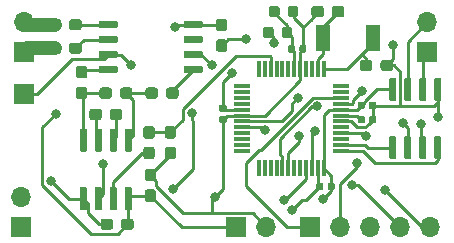
<source format=gbr>
G04 #@! TF.GenerationSoftware,KiCad,Pcbnew,(5.1.2)-2*
G04 #@! TF.CreationDate,2020-05-20T23:18:15+10:00*
G04 #@! TF.ProjectId,Heterodyne,48657465-726f-4647-996e-652e6b696361,rev?*
G04 #@! TF.SameCoordinates,Original*
G04 #@! TF.FileFunction,Copper,L1,Top*
G04 #@! TF.FilePolarity,Positive*
%FSLAX46Y46*%
G04 Gerber Fmt 4.6, Leading zero omitted, Abs format (unit mm)*
G04 Created by KiCad (PCBNEW (5.1.2)-2) date 2020-05-20 23:18:15*
%MOMM*%
%LPD*%
G04 APERTURE LIST*
%ADD10C,0.100000*%
%ADD11C,0.600000*%
%ADD12C,0.875000*%
%ADD13R,1.450000X0.300000*%
%ADD14R,0.300000X1.450000*%
%ADD15C,0.950000*%
%ADD16R,1.300000X2.200000*%
%ADD17C,0.590000*%
%ADD18O,1.700000X1.700000*%
%ADD19R,1.700000X1.700000*%
%ADD20C,0.800000*%
%ADD21C,0.250000*%
%ADD22C,1.200000*%
G04 APERTURE END LIST*
D10*
G36*
X114519703Y-62850722D02*
G01*
X114534264Y-62852882D01*
X114548543Y-62856459D01*
X114562403Y-62861418D01*
X114575710Y-62867712D01*
X114588336Y-62875280D01*
X114600159Y-62884048D01*
X114611066Y-62893934D01*
X114620952Y-62904841D01*
X114629720Y-62916664D01*
X114637288Y-62929290D01*
X114643582Y-62942597D01*
X114648541Y-62956457D01*
X114652118Y-62970736D01*
X114654278Y-62985297D01*
X114655000Y-63000000D01*
X114655000Y-64650000D01*
X114654278Y-64664703D01*
X114652118Y-64679264D01*
X114648541Y-64693543D01*
X114643582Y-64707403D01*
X114637288Y-64720710D01*
X114629720Y-64733336D01*
X114620952Y-64745159D01*
X114611066Y-64756066D01*
X114600159Y-64765952D01*
X114588336Y-64774720D01*
X114575710Y-64782288D01*
X114562403Y-64788582D01*
X114548543Y-64793541D01*
X114534264Y-64797118D01*
X114519703Y-64799278D01*
X114505000Y-64800000D01*
X114205000Y-64800000D01*
X114190297Y-64799278D01*
X114175736Y-64797118D01*
X114161457Y-64793541D01*
X114147597Y-64788582D01*
X114134290Y-64782288D01*
X114121664Y-64774720D01*
X114109841Y-64765952D01*
X114098934Y-64756066D01*
X114089048Y-64745159D01*
X114080280Y-64733336D01*
X114072712Y-64720710D01*
X114066418Y-64707403D01*
X114061459Y-64693543D01*
X114057882Y-64679264D01*
X114055722Y-64664703D01*
X114055000Y-64650000D01*
X114055000Y-63000000D01*
X114055722Y-62985297D01*
X114057882Y-62970736D01*
X114061459Y-62956457D01*
X114066418Y-62942597D01*
X114072712Y-62929290D01*
X114080280Y-62916664D01*
X114089048Y-62904841D01*
X114098934Y-62893934D01*
X114109841Y-62884048D01*
X114121664Y-62875280D01*
X114134290Y-62867712D01*
X114147597Y-62861418D01*
X114161457Y-62856459D01*
X114175736Y-62852882D01*
X114190297Y-62850722D01*
X114205000Y-62850000D01*
X114505000Y-62850000D01*
X114519703Y-62850722D01*
X114519703Y-62850722D01*
G37*
D11*
X114355000Y-63825000D03*
D10*
G36*
X113249703Y-62850722D02*
G01*
X113264264Y-62852882D01*
X113278543Y-62856459D01*
X113292403Y-62861418D01*
X113305710Y-62867712D01*
X113318336Y-62875280D01*
X113330159Y-62884048D01*
X113341066Y-62893934D01*
X113350952Y-62904841D01*
X113359720Y-62916664D01*
X113367288Y-62929290D01*
X113373582Y-62942597D01*
X113378541Y-62956457D01*
X113382118Y-62970736D01*
X113384278Y-62985297D01*
X113385000Y-63000000D01*
X113385000Y-64650000D01*
X113384278Y-64664703D01*
X113382118Y-64679264D01*
X113378541Y-64693543D01*
X113373582Y-64707403D01*
X113367288Y-64720710D01*
X113359720Y-64733336D01*
X113350952Y-64745159D01*
X113341066Y-64756066D01*
X113330159Y-64765952D01*
X113318336Y-64774720D01*
X113305710Y-64782288D01*
X113292403Y-64788582D01*
X113278543Y-64793541D01*
X113264264Y-64797118D01*
X113249703Y-64799278D01*
X113235000Y-64800000D01*
X112935000Y-64800000D01*
X112920297Y-64799278D01*
X112905736Y-64797118D01*
X112891457Y-64793541D01*
X112877597Y-64788582D01*
X112864290Y-64782288D01*
X112851664Y-64774720D01*
X112839841Y-64765952D01*
X112828934Y-64756066D01*
X112819048Y-64745159D01*
X112810280Y-64733336D01*
X112802712Y-64720710D01*
X112796418Y-64707403D01*
X112791459Y-64693543D01*
X112787882Y-64679264D01*
X112785722Y-64664703D01*
X112785000Y-64650000D01*
X112785000Y-63000000D01*
X112785722Y-62985297D01*
X112787882Y-62970736D01*
X112791459Y-62956457D01*
X112796418Y-62942597D01*
X112802712Y-62929290D01*
X112810280Y-62916664D01*
X112819048Y-62904841D01*
X112828934Y-62893934D01*
X112839841Y-62884048D01*
X112851664Y-62875280D01*
X112864290Y-62867712D01*
X112877597Y-62861418D01*
X112891457Y-62856459D01*
X112905736Y-62852882D01*
X112920297Y-62850722D01*
X112935000Y-62850000D01*
X113235000Y-62850000D01*
X113249703Y-62850722D01*
X113249703Y-62850722D01*
G37*
D11*
X113085000Y-63825000D03*
D10*
G36*
X111979703Y-62850722D02*
G01*
X111994264Y-62852882D01*
X112008543Y-62856459D01*
X112022403Y-62861418D01*
X112035710Y-62867712D01*
X112048336Y-62875280D01*
X112060159Y-62884048D01*
X112071066Y-62893934D01*
X112080952Y-62904841D01*
X112089720Y-62916664D01*
X112097288Y-62929290D01*
X112103582Y-62942597D01*
X112108541Y-62956457D01*
X112112118Y-62970736D01*
X112114278Y-62985297D01*
X112115000Y-63000000D01*
X112115000Y-64650000D01*
X112114278Y-64664703D01*
X112112118Y-64679264D01*
X112108541Y-64693543D01*
X112103582Y-64707403D01*
X112097288Y-64720710D01*
X112089720Y-64733336D01*
X112080952Y-64745159D01*
X112071066Y-64756066D01*
X112060159Y-64765952D01*
X112048336Y-64774720D01*
X112035710Y-64782288D01*
X112022403Y-64788582D01*
X112008543Y-64793541D01*
X111994264Y-64797118D01*
X111979703Y-64799278D01*
X111965000Y-64800000D01*
X111665000Y-64800000D01*
X111650297Y-64799278D01*
X111635736Y-64797118D01*
X111621457Y-64793541D01*
X111607597Y-64788582D01*
X111594290Y-64782288D01*
X111581664Y-64774720D01*
X111569841Y-64765952D01*
X111558934Y-64756066D01*
X111549048Y-64745159D01*
X111540280Y-64733336D01*
X111532712Y-64720710D01*
X111526418Y-64707403D01*
X111521459Y-64693543D01*
X111517882Y-64679264D01*
X111515722Y-64664703D01*
X111515000Y-64650000D01*
X111515000Y-63000000D01*
X111515722Y-62985297D01*
X111517882Y-62970736D01*
X111521459Y-62956457D01*
X111526418Y-62942597D01*
X111532712Y-62929290D01*
X111540280Y-62916664D01*
X111549048Y-62904841D01*
X111558934Y-62893934D01*
X111569841Y-62884048D01*
X111581664Y-62875280D01*
X111594290Y-62867712D01*
X111607597Y-62861418D01*
X111621457Y-62856459D01*
X111635736Y-62852882D01*
X111650297Y-62850722D01*
X111665000Y-62850000D01*
X111965000Y-62850000D01*
X111979703Y-62850722D01*
X111979703Y-62850722D01*
G37*
D11*
X111815000Y-63825000D03*
D10*
G36*
X110709703Y-62850722D02*
G01*
X110724264Y-62852882D01*
X110738543Y-62856459D01*
X110752403Y-62861418D01*
X110765710Y-62867712D01*
X110778336Y-62875280D01*
X110790159Y-62884048D01*
X110801066Y-62893934D01*
X110810952Y-62904841D01*
X110819720Y-62916664D01*
X110827288Y-62929290D01*
X110833582Y-62942597D01*
X110838541Y-62956457D01*
X110842118Y-62970736D01*
X110844278Y-62985297D01*
X110845000Y-63000000D01*
X110845000Y-64650000D01*
X110844278Y-64664703D01*
X110842118Y-64679264D01*
X110838541Y-64693543D01*
X110833582Y-64707403D01*
X110827288Y-64720710D01*
X110819720Y-64733336D01*
X110810952Y-64745159D01*
X110801066Y-64756066D01*
X110790159Y-64765952D01*
X110778336Y-64774720D01*
X110765710Y-64782288D01*
X110752403Y-64788582D01*
X110738543Y-64793541D01*
X110724264Y-64797118D01*
X110709703Y-64799278D01*
X110695000Y-64800000D01*
X110395000Y-64800000D01*
X110380297Y-64799278D01*
X110365736Y-64797118D01*
X110351457Y-64793541D01*
X110337597Y-64788582D01*
X110324290Y-64782288D01*
X110311664Y-64774720D01*
X110299841Y-64765952D01*
X110288934Y-64756066D01*
X110279048Y-64745159D01*
X110270280Y-64733336D01*
X110262712Y-64720710D01*
X110256418Y-64707403D01*
X110251459Y-64693543D01*
X110247882Y-64679264D01*
X110245722Y-64664703D01*
X110245000Y-64650000D01*
X110245000Y-63000000D01*
X110245722Y-62985297D01*
X110247882Y-62970736D01*
X110251459Y-62956457D01*
X110256418Y-62942597D01*
X110262712Y-62929290D01*
X110270280Y-62916664D01*
X110279048Y-62904841D01*
X110288934Y-62893934D01*
X110299841Y-62884048D01*
X110311664Y-62875280D01*
X110324290Y-62867712D01*
X110337597Y-62861418D01*
X110351457Y-62856459D01*
X110365736Y-62852882D01*
X110380297Y-62850722D01*
X110395000Y-62850000D01*
X110695000Y-62850000D01*
X110709703Y-62850722D01*
X110709703Y-62850722D01*
G37*
D11*
X110545000Y-63825000D03*
D10*
G36*
X110709703Y-57900722D02*
G01*
X110724264Y-57902882D01*
X110738543Y-57906459D01*
X110752403Y-57911418D01*
X110765710Y-57917712D01*
X110778336Y-57925280D01*
X110790159Y-57934048D01*
X110801066Y-57943934D01*
X110810952Y-57954841D01*
X110819720Y-57966664D01*
X110827288Y-57979290D01*
X110833582Y-57992597D01*
X110838541Y-58006457D01*
X110842118Y-58020736D01*
X110844278Y-58035297D01*
X110845000Y-58050000D01*
X110845000Y-59700000D01*
X110844278Y-59714703D01*
X110842118Y-59729264D01*
X110838541Y-59743543D01*
X110833582Y-59757403D01*
X110827288Y-59770710D01*
X110819720Y-59783336D01*
X110810952Y-59795159D01*
X110801066Y-59806066D01*
X110790159Y-59815952D01*
X110778336Y-59824720D01*
X110765710Y-59832288D01*
X110752403Y-59838582D01*
X110738543Y-59843541D01*
X110724264Y-59847118D01*
X110709703Y-59849278D01*
X110695000Y-59850000D01*
X110395000Y-59850000D01*
X110380297Y-59849278D01*
X110365736Y-59847118D01*
X110351457Y-59843541D01*
X110337597Y-59838582D01*
X110324290Y-59832288D01*
X110311664Y-59824720D01*
X110299841Y-59815952D01*
X110288934Y-59806066D01*
X110279048Y-59795159D01*
X110270280Y-59783336D01*
X110262712Y-59770710D01*
X110256418Y-59757403D01*
X110251459Y-59743543D01*
X110247882Y-59729264D01*
X110245722Y-59714703D01*
X110245000Y-59700000D01*
X110245000Y-58050000D01*
X110245722Y-58035297D01*
X110247882Y-58020736D01*
X110251459Y-58006457D01*
X110256418Y-57992597D01*
X110262712Y-57979290D01*
X110270280Y-57966664D01*
X110279048Y-57954841D01*
X110288934Y-57943934D01*
X110299841Y-57934048D01*
X110311664Y-57925280D01*
X110324290Y-57917712D01*
X110337597Y-57911418D01*
X110351457Y-57906459D01*
X110365736Y-57902882D01*
X110380297Y-57900722D01*
X110395000Y-57900000D01*
X110695000Y-57900000D01*
X110709703Y-57900722D01*
X110709703Y-57900722D01*
G37*
D11*
X110545000Y-58875000D03*
D10*
G36*
X111979703Y-57900722D02*
G01*
X111994264Y-57902882D01*
X112008543Y-57906459D01*
X112022403Y-57911418D01*
X112035710Y-57917712D01*
X112048336Y-57925280D01*
X112060159Y-57934048D01*
X112071066Y-57943934D01*
X112080952Y-57954841D01*
X112089720Y-57966664D01*
X112097288Y-57979290D01*
X112103582Y-57992597D01*
X112108541Y-58006457D01*
X112112118Y-58020736D01*
X112114278Y-58035297D01*
X112115000Y-58050000D01*
X112115000Y-59700000D01*
X112114278Y-59714703D01*
X112112118Y-59729264D01*
X112108541Y-59743543D01*
X112103582Y-59757403D01*
X112097288Y-59770710D01*
X112089720Y-59783336D01*
X112080952Y-59795159D01*
X112071066Y-59806066D01*
X112060159Y-59815952D01*
X112048336Y-59824720D01*
X112035710Y-59832288D01*
X112022403Y-59838582D01*
X112008543Y-59843541D01*
X111994264Y-59847118D01*
X111979703Y-59849278D01*
X111965000Y-59850000D01*
X111665000Y-59850000D01*
X111650297Y-59849278D01*
X111635736Y-59847118D01*
X111621457Y-59843541D01*
X111607597Y-59838582D01*
X111594290Y-59832288D01*
X111581664Y-59824720D01*
X111569841Y-59815952D01*
X111558934Y-59806066D01*
X111549048Y-59795159D01*
X111540280Y-59783336D01*
X111532712Y-59770710D01*
X111526418Y-59757403D01*
X111521459Y-59743543D01*
X111517882Y-59729264D01*
X111515722Y-59714703D01*
X111515000Y-59700000D01*
X111515000Y-58050000D01*
X111515722Y-58035297D01*
X111517882Y-58020736D01*
X111521459Y-58006457D01*
X111526418Y-57992597D01*
X111532712Y-57979290D01*
X111540280Y-57966664D01*
X111549048Y-57954841D01*
X111558934Y-57943934D01*
X111569841Y-57934048D01*
X111581664Y-57925280D01*
X111594290Y-57917712D01*
X111607597Y-57911418D01*
X111621457Y-57906459D01*
X111635736Y-57902882D01*
X111650297Y-57900722D01*
X111665000Y-57900000D01*
X111965000Y-57900000D01*
X111979703Y-57900722D01*
X111979703Y-57900722D01*
G37*
D11*
X111815000Y-58875000D03*
D10*
G36*
X113249703Y-57900722D02*
G01*
X113264264Y-57902882D01*
X113278543Y-57906459D01*
X113292403Y-57911418D01*
X113305710Y-57917712D01*
X113318336Y-57925280D01*
X113330159Y-57934048D01*
X113341066Y-57943934D01*
X113350952Y-57954841D01*
X113359720Y-57966664D01*
X113367288Y-57979290D01*
X113373582Y-57992597D01*
X113378541Y-58006457D01*
X113382118Y-58020736D01*
X113384278Y-58035297D01*
X113385000Y-58050000D01*
X113385000Y-59700000D01*
X113384278Y-59714703D01*
X113382118Y-59729264D01*
X113378541Y-59743543D01*
X113373582Y-59757403D01*
X113367288Y-59770710D01*
X113359720Y-59783336D01*
X113350952Y-59795159D01*
X113341066Y-59806066D01*
X113330159Y-59815952D01*
X113318336Y-59824720D01*
X113305710Y-59832288D01*
X113292403Y-59838582D01*
X113278543Y-59843541D01*
X113264264Y-59847118D01*
X113249703Y-59849278D01*
X113235000Y-59850000D01*
X112935000Y-59850000D01*
X112920297Y-59849278D01*
X112905736Y-59847118D01*
X112891457Y-59843541D01*
X112877597Y-59838582D01*
X112864290Y-59832288D01*
X112851664Y-59824720D01*
X112839841Y-59815952D01*
X112828934Y-59806066D01*
X112819048Y-59795159D01*
X112810280Y-59783336D01*
X112802712Y-59770710D01*
X112796418Y-59757403D01*
X112791459Y-59743543D01*
X112787882Y-59729264D01*
X112785722Y-59714703D01*
X112785000Y-59700000D01*
X112785000Y-58050000D01*
X112785722Y-58035297D01*
X112787882Y-58020736D01*
X112791459Y-58006457D01*
X112796418Y-57992597D01*
X112802712Y-57979290D01*
X112810280Y-57966664D01*
X112819048Y-57954841D01*
X112828934Y-57943934D01*
X112839841Y-57934048D01*
X112851664Y-57925280D01*
X112864290Y-57917712D01*
X112877597Y-57911418D01*
X112891457Y-57906459D01*
X112905736Y-57902882D01*
X112920297Y-57900722D01*
X112935000Y-57900000D01*
X113235000Y-57900000D01*
X113249703Y-57900722D01*
X113249703Y-57900722D01*
G37*
D11*
X113085000Y-58875000D03*
D10*
G36*
X114519703Y-57900722D02*
G01*
X114534264Y-57902882D01*
X114548543Y-57906459D01*
X114562403Y-57911418D01*
X114575710Y-57917712D01*
X114588336Y-57925280D01*
X114600159Y-57934048D01*
X114611066Y-57943934D01*
X114620952Y-57954841D01*
X114629720Y-57966664D01*
X114637288Y-57979290D01*
X114643582Y-57992597D01*
X114648541Y-58006457D01*
X114652118Y-58020736D01*
X114654278Y-58035297D01*
X114655000Y-58050000D01*
X114655000Y-59700000D01*
X114654278Y-59714703D01*
X114652118Y-59729264D01*
X114648541Y-59743543D01*
X114643582Y-59757403D01*
X114637288Y-59770710D01*
X114629720Y-59783336D01*
X114620952Y-59795159D01*
X114611066Y-59806066D01*
X114600159Y-59815952D01*
X114588336Y-59824720D01*
X114575710Y-59832288D01*
X114562403Y-59838582D01*
X114548543Y-59843541D01*
X114534264Y-59847118D01*
X114519703Y-59849278D01*
X114505000Y-59850000D01*
X114205000Y-59850000D01*
X114190297Y-59849278D01*
X114175736Y-59847118D01*
X114161457Y-59843541D01*
X114147597Y-59838582D01*
X114134290Y-59832288D01*
X114121664Y-59824720D01*
X114109841Y-59815952D01*
X114098934Y-59806066D01*
X114089048Y-59795159D01*
X114080280Y-59783336D01*
X114072712Y-59770710D01*
X114066418Y-59757403D01*
X114061459Y-59743543D01*
X114057882Y-59729264D01*
X114055722Y-59714703D01*
X114055000Y-59700000D01*
X114055000Y-58050000D01*
X114055722Y-58035297D01*
X114057882Y-58020736D01*
X114061459Y-58006457D01*
X114066418Y-57992597D01*
X114072712Y-57979290D01*
X114080280Y-57966664D01*
X114089048Y-57954841D01*
X114098934Y-57943934D01*
X114109841Y-57934048D01*
X114121664Y-57925280D01*
X114134290Y-57917712D01*
X114147597Y-57911418D01*
X114161457Y-57906459D01*
X114175736Y-57902882D01*
X114190297Y-57900722D01*
X114205000Y-57900000D01*
X114505000Y-57900000D01*
X114519703Y-57900722D01*
X114519703Y-57900722D01*
G37*
D11*
X114355000Y-58875000D03*
D10*
G36*
X126952691Y-47526053D02*
G01*
X126973926Y-47529203D01*
X126994750Y-47534419D01*
X127014962Y-47541651D01*
X127034368Y-47550830D01*
X127052781Y-47561866D01*
X127070024Y-47574654D01*
X127085930Y-47589070D01*
X127100346Y-47604976D01*
X127113134Y-47622219D01*
X127124170Y-47640632D01*
X127133349Y-47660038D01*
X127140581Y-47680250D01*
X127145797Y-47701074D01*
X127148947Y-47722309D01*
X127150000Y-47743750D01*
X127150000Y-48256250D01*
X127148947Y-48277691D01*
X127145797Y-48298926D01*
X127140581Y-48319750D01*
X127133349Y-48339962D01*
X127124170Y-48359368D01*
X127113134Y-48377781D01*
X127100346Y-48395024D01*
X127085930Y-48410930D01*
X127070024Y-48425346D01*
X127052781Y-48438134D01*
X127034368Y-48449170D01*
X127014962Y-48458349D01*
X126994750Y-48465581D01*
X126973926Y-48470797D01*
X126952691Y-48473947D01*
X126931250Y-48475000D01*
X126493750Y-48475000D01*
X126472309Y-48473947D01*
X126451074Y-48470797D01*
X126430250Y-48465581D01*
X126410038Y-48458349D01*
X126390632Y-48449170D01*
X126372219Y-48438134D01*
X126354976Y-48425346D01*
X126339070Y-48410930D01*
X126324654Y-48395024D01*
X126311866Y-48377781D01*
X126300830Y-48359368D01*
X126291651Y-48339962D01*
X126284419Y-48319750D01*
X126279203Y-48298926D01*
X126276053Y-48277691D01*
X126275000Y-48256250D01*
X126275000Y-47743750D01*
X126276053Y-47722309D01*
X126279203Y-47701074D01*
X126284419Y-47680250D01*
X126291651Y-47660038D01*
X126300830Y-47640632D01*
X126311866Y-47622219D01*
X126324654Y-47604976D01*
X126339070Y-47589070D01*
X126354976Y-47574654D01*
X126372219Y-47561866D01*
X126390632Y-47550830D01*
X126410038Y-47541651D01*
X126430250Y-47534419D01*
X126451074Y-47529203D01*
X126472309Y-47526053D01*
X126493750Y-47525000D01*
X126931250Y-47525000D01*
X126952691Y-47526053D01*
X126952691Y-47526053D01*
G37*
D12*
X126712500Y-48000000D03*
D10*
G36*
X128527691Y-47526053D02*
G01*
X128548926Y-47529203D01*
X128569750Y-47534419D01*
X128589962Y-47541651D01*
X128609368Y-47550830D01*
X128627781Y-47561866D01*
X128645024Y-47574654D01*
X128660930Y-47589070D01*
X128675346Y-47604976D01*
X128688134Y-47622219D01*
X128699170Y-47640632D01*
X128708349Y-47660038D01*
X128715581Y-47680250D01*
X128720797Y-47701074D01*
X128723947Y-47722309D01*
X128725000Y-47743750D01*
X128725000Y-48256250D01*
X128723947Y-48277691D01*
X128720797Y-48298926D01*
X128715581Y-48319750D01*
X128708349Y-48339962D01*
X128699170Y-48359368D01*
X128688134Y-48377781D01*
X128675346Y-48395024D01*
X128660930Y-48410930D01*
X128645024Y-48425346D01*
X128627781Y-48438134D01*
X128609368Y-48449170D01*
X128589962Y-48458349D01*
X128569750Y-48465581D01*
X128548926Y-48470797D01*
X128527691Y-48473947D01*
X128506250Y-48475000D01*
X128068750Y-48475000D01*
X128047309Y-48473947D01*
X128026074Y-48470797D01*
X128005250Y-48465581D01*
X127985038Y-48458349D01*
X127965632Y-48449170D01*
X127947219Y-48438134D01*
X127929976Y-48425346D01*
X127914070Y-48410930D01*
X127899654Y-48395024D01*
X127886866Y-48377781D01*
X127875830Y-48359368D01*
X127866651Y-48339962D01*
X127859419Y-48319750D01*
X127854203Y-48298926D01*
X127851053Y-48277691D01*
X127850000Y-48256250D01*
X127850000Y-47743750D01*
X127851053Y-47722309D01*
X127854203Y-47701074D01*
X127859419Y-47680250D01*
X127866651Y-47660038D01*
X127875830Y-47640632D01*
X127886866Y-47622219D01*
X127899654Y-47604976D01*
X127914070Y-47589070D01*
X127929976Y-47574654D01*
X127947219Y-47561866D01*
X127965632Y-47550830D01*
X127985038Y-47541651D01*
X128005250Y-47534419D01*
X128026074Y-47529203D01*
X128047309Y-47526053D01*
X128068750Y-47525000D01*
X128506250Y-47525000D01*
X128527691Y-47526053D01*
X128527691Y-47526053D01*
G37*
D12*
X128287500Y-48000000D03*
D13*
X132350000Y-54300000D03*
X132350000Y-54800000D03*
X132350000Y-55300000D03*
X132350000Y-55800000D03*
X132350000Y-56300000D03*
X132350000Y-56800000D03*
X132350000Y-57300000D03*
X132350000Y-57800000D03*
X132350000Y-58300000D03*
X132350000Y-58800000D03*
X132350000Y-59300000D03*
X132350000Y-59800000D03*
D14*
X129900000Y-61250000D03*
X130900000Y-61250000D03*
X130400000Y-61250000D03*
X129400000Y-61250000D03*
X128900000Y-61250000D03*
X128400000Y-61250000D03*
X127900000Y-61250000D03*
X127400000Y-61250000D03*
X126900000Y-61250000D03*
X126400000Y-61250000D03*
X125900000Y-61250000D03*
X125400000Y-61220000D03*
X126400000Y-52850000D03*
D13*
X123950000Y-59800000D03*
X123950000Y-59300000D03*
X123950000Y-58800000D03*
X123950000Y-58300000D03*
X123950000Y-57800000D03*
X123950000Y-57300000D03*
X123950000Y-56800000D03*
X123950000Y-56300000D03*
X123950000Y-55800000D03*
X123950000Y-55300000D03*
X123950000Y-54800000D03*
X123950000Y-54300000D03*
D14*
X125400000Y-52850000D03*
X125900000Y-52850000D03*
X126900000Y-52850000D03*
X127400000Y-52850000D03*
X127900000Y-52850000D03*
X128400000Y-52850000D03*
X128900000Y-52850000D03*
X129400000Y-52850000D03*
X129900000Y-52850000D03*
X130400000Y-52850000D03*
X130900000Y-52850000D03*
D10*
G36*
X114585779Y-65526144D02*
G01*
X114608834Y-65529563D01*
X114631443Y-65535227D01*
X114653387Y-65543079D01*
X114674457Y-65553044D01*
X114694448Y-65565026D01*
X114713168Y-65578910D01*
X114730438Y-65594562D01*
X114746090Y-65611832D01*
X114759974Y-65630552D01*
X114771956Y-65650543D01*
X114781921Y-65671613D01*
X114789773Y-65693557D01*
X114795437Y-65716166D01*
X114798856Y-65739221D01*
X114800000Y-65762500D01*
X114800000Y-66237500D01*
X114798856Y-66260779D01*
X114795437Y-66283834D01*
X114789773Y-66306443D01*
X114781921Y-66328387D01*
X114771956Y-66349457D01*
X114759974Y-66369448D01*
X114746090Y-66388168D01*
X114730438Y-66405438D01*
X114713168Y-66421090D01*
X114694448Y-66434974D01*
X114674457Y-66446956D01*
X114653387Y-66456921D01*
X114631443Y-66464773D01*
X114608834Y-66470437D01*
X114585779Y-66473856D01*
X114562500Y-66475000D01*
X113987500Y-66475000D01*
X113964221Y-66473856D01*
X113941166Y-66470437D01*
X113918557Y-66464773D01*
X113896613Y-66456921D01*
X113875543Y-66446956D01*
X113855552Y-66434974D01*
X113836832Y-66421090D01*
X113819562Y-66405438D01*
X113803910Y-66388168D01*
X113790026Y-66369448D01*
X113778044Y-66349457D01*
X113768079Y-66328387D01*
X113760227Y-66306443D01*
X113754563Y-66283834D01*
X113751144Y-66260779D01*
X113750000Y-66237500D01*
X113750000Y-65762500D01*
X113751144Y-65739221D01*
X113754563Y-65716166D01*
X113760227Y-65693557D01*
X113768079Y-65671613D01*
X113778044Y-65650543D01*
X113790026Y-65630552D01*
X113803910Y-65611832D01*
X113819562Y-65594562D01*
X113836832Y-65578910D01*
X113855552Y-65565026D01*
X113875543Y-65553044D01*
X113896613Y-65543079D01*
X113918557Y-65535227D01*
X113941166Y-65529563D01*
X113964221Y-65526144D01*
X113987500Y-65525000D01*
X114562500Y-65525000D01*
X114585779Y-65526144D01*
X114585779Y-65526144D01*
G37*
D15*
X114275000Y-66000000D03*
D10*
G36*
X112835779Y-65526144D02*
G01*
X112858834Y-65529563D01*
X112881443Y-65535227D01*
X112903387Y-65543079D01*
X112924457Y-65553044D01*
X112944448Y-65565026D01*
X112963168Y-65578910D01*
X112980438Y-65594562D01*
X112996090Y-65611832D01*
X113009974Y-65630552D01*
X113021956Y-65650543D01*
X113031921Y-65671613D01*
X113039773Y-65693557D01*
X113045437Y-65716166D01*
X113048856Y-65739221D01*
X113050000Y-65762500D01*
X113050000Y-66237500D01*
X113048856Y-66260779D01*
X113045437Y-66283834D01*
X113039773Y-66306443D01*
X113031921Y-66328387D01*
X113021956Y-66349457D01*
X113009974Y-66369448D01*
X112996090Y-66388168D01*
X112980438Y-66405438D01*
X112963168Y-66421090D01*
X112944448Y-66434974D01*
X112924457Y-66446956D01*
X112903387Y-66456921D01*
X112881443Y-66464773D01*
X112858834Y-66470437D01*
X112835779Y-66473856D01*
X112812500Y-66475000D01*
X112237500Y-66475000D01*
X112214221Y-66473856D01*
X112191166Y-66470437D01*
X112168557Y-66464773D01*
X112146613Y-66456921D01*
X112125543Y-66446956D01*
X112105552Y-66434974D01*
X112086832Y-66421090D01*
X112069562Y-66405438D01*
X112053910Y-66388168D01*
X112040026Y-66369448D01*
X112028044Y-66349457D01*
X112018079Y-66328387D01*
X112010227Y-66306443D01*
X112004563Y-66283834D01*
X112001144Y-66260779D01*
X112000000Y-66237500D01*
X112000000Y-65762500D01*
X112001144Y-65739221D01*
X112004563Y-65716166D01*
X112010227Y-65693557D01*
X112018079Y-65671613D01*
X112028044Y-65650543D01*
X112040026Y-65630552D01*
X112053910Y-65611832D01*
X112069562Y-65594562D01*
X112086832Y-65578910D01*
X112105552Y-65565026D01*
X112125543Y-65553044D01*
X112146613Y-65543079D01*
X112168557Y-65535227D01*
X112191166Y-65529563D01*
X112214221Y-65526144D01*
X112237500Y-65525000D01*
X112812500Y-65525000D01*
X112835779Y-65526144D01*
X112835779Y-65526144D01*
G37*
D15*
X112525000Y-66000000D03*
D10*
G36*
X122510779Y-50351144D02*
G01*
X122533834Y-50354563D01*
X122556443Y-50360227D01*
X122578387Y-50368079D01*
X122599457Y-50378044D01*
X122619448Y-50390026D01*
X122638168Y-50403910D01*
X122655438Y-50419562D01*
X122671090Y-50436832D01*
X122684974Y-50455552D01*
X122696956Y-50475543D01*
X122706921Y-50496613D01*
X122714773Y-50518557D01*
X122720437Y-50541166D01*
X122723856Y-50564221D01*
X122725000Y-50587500D01*
X122725000Y-51162500D01*
X122723856Y-51185779D01*
X122720437Y-51208834D01*
X122714773Y-51231443D01*
X122706921Y-51253387D01*
X122696956Y-51274457D01*
X122684974Y-51294448D01*
X122671090Y-51313168D01*
X122655438Y-51330438D01*
X122638168Y-51346090D01*
X122619448Y-51359974D01*
X122599457Y-51371956D01*
X122578387Y-51381921D01*
X122556443Y-51389773D01*
X122533834Y-51395437D01*
X122510779Y-51398856D01*
X122487500Y-51400000D01*
X122012500Y-51400000D01*
X121989221Y-51398856D01*
X121966166Y-51395437D01*
X121943557Y-51389773D01*
X121921613Y-51381921D01*
X121900543Y-51371956D01*
X121880552Y-51359974D01*
X121861832Y-51346090D01*
X121844562Y-51330438D01*
X121828910Y-51313168D01*
X121815026Y-51294448D01*
X121803044Y-51274457D01*
X121793079Y-51253387D01*
X121785227Y-51231443D01*
X121779563Y-51208834D01*
X121776144Y-51185779D01*
X121775000Y-51162500D01*
X121775000Y-50587500D01*
X121776144Y-50564221D01*
X121779563Y-50541166D01*
X121785227Y-50518557D01*
X121793079Y-50496613D01*
X121803044Y-50475543D01*
X121815026Y-50455552D01*
X121828910Y-50436832D01*
X121844562Y-50419562D01*
X121861832Y-50403910D01*
X121880552Y-50390026D01*
X121900543Y-50378044D01*
X121921613Y-50368079D01*
X121943557Y-50360227D01*
X121966166Y-50354563D01*
X121989221Y-50351144D01*
X122012500Y-50350000D01*
X122487500Y-50350000D01*
X122510779Y-50351144D01*
X122510779Y-50351144D01*
G37*
D15*
X122250000Y-50875000D03*
D10*
G36*
X122510779Y-48601144D02*
G01*
X122533834Y-48604563D01*
X122556443Y-48610227D01*
X122578387Y-48618079D01*
X122599457Y-48628044D01*
X122619448Y-48640026D01*
X122638168Y-48653910D01*
X122655438Y-48669562D01*
X122671090Y-48686832D01*
X122684974Y-48705552D01*
X122696956Y-48725543D01*
X122706921Y-48746613D01*
X122714773Y-48768557D01*
X122720437Y-48791166D01*
X122723856Y-48814221D01*
X122725000Y-48837500D01*
X122725000Y-49412500D01*
X122723856Y-49435779D01*
X122720437Y-49458834D01*
X122714773Y-49481443D01*
X122706921Y-49503387D01*
X122696956Y-49524457D01*
X122684974Y-49544448D01*
X122671090Y-49563168D01*
X122655438Y-49580438D01*
X122638168Y-49596090D01*
X122619448Y-49609974D01*
X122599457Y-49621956D01*
X122578387Y-49631921D01*
X122556443Y-49639773D01*
X122533834Y-49645437D01*
X122510779Y-49648856D01*
X122487500Y-49650000D01*
X122012500Y-49650000D01*
X121989221Y-49648856D01*
X121966166Y-49645437D01*
X121943557Y-49639773D01*
X121921613Y-49631921D01*
X121900543Y-49621956D01*
X121880552Y-49609974D01*
X121861832Y-49596090D01*
X121844562Y-49580438D01*
X121828910Y-49563168D01*
X121815026Y-49544448D01*
X121803044Y-49524457D01*
X121793079Y-49503387D01*
X121785227Y-49481443D01*
X121779563Y-49458834D01*
X121776144Y-49435779D01*
X121775000Y-49412500D01*
X121775000Y-48837500D01*
X121776144Y-48814221D01*
X121779563Y-48791166D01*
X121785227Y-48768557D01*
X121793079Y-48746613D01*
X121803044Y-48725543D01*
X121815026Y-48705552D01*
X121828910Y-48686832D01*
X121844562Y-48669562D01*
X121861832Y-48653910D01*
X121880552Y-48640026D01*
X121900543Y-48628044D01*
X121921613Y-48618079D01*
X121943557Y-48610227D01*
X121966166Y-48604563D01*
X121989221Y-48601144D01*
X122012500Y-48600000D01*
X122487500Y-48600000D01*
X122510779Y-48601144D01*
X122510779Y-48601144D01*
G37*
D15*
X122250000Y-49125000D03*
D16*
X130850000Y-50200000D03*
X135050000Y-50200000D03*
D10*
G36*
X131696958Y-62480710D02*
G01*
X131711276Y-62482834D01*
X131725317Y-62486351D01*
X131738946Y-62491228D01*
X131752031Y-62497417D01*
X131764447Y-62504858D01*
X131776073Y-62513481D01*
X131786798Y-62523202D01*
X131796519Y-62533927D01*
X131805142Y-62545553D01*
X131812583Y-62557969D01*
X131818772Y-62571054D01*
X131823649Y-62584683D01*
X131827166Y-62598724D01*
X131829290Y-62613042D01*
X131830000Y-62627500D01*
X131830000Y-62972500D01*
X131829290Y-62986958D01*
X131827166Y-63001276D01*
X131823649Y-63015317D01*
X131818772Y-63028946D01*
X131812583Y-63042031D01*
X131805142Y-63054447D01*
X131796519Y-63066073D01*
X131786798Y-63076798D01*
X131776073Y-63086519D01*
X131764447Y-63095142D01*
X131752031Y-63102583D01*
X131738946Y-63108772D01*
X131725317Y-63113649D01*
X131711276Y-63117166D01*
X131696958Y-63119290D01*
X131682500Y-63120000D01*
X131387500Y-63120000D01*
X131373042Y-63119290D01*
X131358724Y-63117166D01*
X131344683Y-63113649D01*
X131331054Y-63108772D01*
X131317969Y-63102583D01*
X131305553Y-63095142D01*
X131293927Y-63086519D01*
X131283202Y-63076798D01*
X131273481Y-63066073D01*
X131264858Y-63054447D01*
X131257417Y-63042031D01*
X131251228Y-63028946D01*
X131246351Y-63015317D01*
X131242834Y-63001276D01*
X131240710Y-62986958D01*
X131240000Y-62972500D01*
X131240000Y-62627500D01*
X131240710Y-62613042D01*
X131242834Y-62598724D01*
X131246351Y-62584683D01*
X131251228Y-62571054D01*
X131257417Y-62557969D01*
X131264858Y-62545553D01*
X131273481Y-62533927D01*
X131283202Y-62523202D01*
X131293927Y-62513481D01*
X131305553Y-62504858D01*
X131317969Y-62497417D01*
X131331054Y-62491228D01*
X131344683Y-62486351D01*
X131358724Y-62482834D01*
X131373042Y-62480710D01*
X131387500Y-62480000D01*
X131682500Y-62480000D01*
X131696958Y-62480710D01*
X131696958Y-62480710D01*
G37*
D17*
X131535000Y-62800000D03*
D10*
G36*
X130726958Y-62480710D02*
G01*
X130741276Y-62482834D01*
X130755317Y-62486351D01*
X130768946Y-62491228D01*
X130782031Y-62497417D01*
X130794447Y-62504858D01*
X130806073Y-62513481D01*
X130816798Y-62523202D01*
X130826519Y-62533927D01*
X130835142Y-62545553D01*
X130842583Y-62557969D01*
X130848772Y-62571054D01*
X130853649Y-62584683D01*
X130857166Y-62598724D01*
X130859290Y-62613042D01*
X130860000Y-62627500D01*
X130860000Y-62972500D01*
X130859290Y-62986958D01*
X130857166Y-63001276D01*
X130853649Y-63015317D01*
X130848772Y-63028946D01*
X130842583Y-63042031D01*
X130835142Y-63054447D01*
X130826519Y-63066073D01*
X130816798Y-63076798D01*
X130806073Y-63086519D01*
X130794447Y-63095142D01*
X130782031Y-63102583D01*
X130768946Y-63108772D01*
X130755317Y-63113649D01*
X130741276Y-63117166D01*
X130726958Y-63119290D01*
X130712500Y-63120000D01*
X130417500Y-63120000D01*
X130403042Y-63119290D01*
X130388724Y-63117166D01*
X130374683Y-63113649D01*
X130361054Y-63108772D01*
X130347969Y-63102583D01*
X130335553Y-63095142D01*
X130323927Y-63086519D01*
X130313202Y-63076798D01*
X130303481Y-63066073D01*
X130294858Y-63054447D01*
X130287417Y-63042031D01*
X130281228Y-63028946D01*
X130276351Y-63015317D01*
X130272834Y-63001276D01*
X130270710Y-62986958D01*
X130270000Y-62972500D01*
X130270000Y-62627500D01*
X130270710Y-62613042D01*
X130272834Y-62598724D01*
X130276351Y-62584683D01*
X130281228Y-62571054D01*
X130287417Y-62557969D01*
X130294858Y-62545553D01*
X130303481Y-62533927D01*
X130313202Y-62523202D01*
X130323927Y-62513481D01*
X130335553Y-62504858D01*
X130347969Y-62497417D01*
X130361054Y-62491228D01*
X130374683Y-62486351D01*
X130388724Y-62482834D01*
X130403042Y-62480710D01*
X130417500Y-62480000D01*
X130712500Y-62480000D01*
X130726958Y-62480710D01*
X130726958Y-62480710D01*
G37*
D17*
X130565000Y-62800000D03*
D10*
G36*
X134226958Y-56830710D02*
G01*
X134241276Y-56832834D01*
X134255317Y-56836351D01*
X134268946Y-56841228D01*
X134282031Y-56847417D01*
X134294447Y-56854858D01*
X134306073Y-56863481D01*
X134316798Y-56873202D01*
X134326519Y-56883927D01*
X134335142Y-56895553D01*
X134342583Y-56907969D01*
X134348772Y-56921054D01*
X134353649Y-56934683D01*
X134357166Y-56948724D01*
X134359290Y-56963042D01*
X134360000Y-56977500D01*
X134360000Y-57322500D01*
X134359290Y-57336958D01*
X134357166Y-57351276D01*
X134353649Y-57365317D01*
X134348772Y-57378946D01*
X134342583Y-57392031D01*
X134335142Y-57404447D01*
X134326519Y-57416073D01*
X134316798Y-57426798D01*
X134306073Y-57436519D01*
X134294447Y-57445142D01*
X134282031Y-57452583D01*
X134268946Y-57458772D01*
X134255317Y-57463649D01*
X134241276Y-57467166D01*
X134226958Y-57469290D01*
X134212500Y-57470000D01*
X133917500Y-57470000D01*
X133903042Y-57469290D01*
X133888724Y-57467166D01*
X133874683Y-57463649D01*
X133861054Y-57458772D01*
X133847969Y-57452583D01*
X133835553Y-57445142D01*
X133823927Y-57436519D01*
X133813202Y-57426798D01*
X133803481Y-57416073D01*
X133794858Y-57404447D01*
X133787417Y-57392031D01*
X133781228Y-57378946D01*
X133776351Y-57365317D01*
X133772834Y-57351276D01*
X133770710Y-57336958D01*
X133770000Y-57322500D01*
X133770000Y-56977500D01*
X133770710Y-56963042D01*
X133772834Y-56948724D01*
X133776351Y-56934683D01*
X133781228Y-56921054D01*
X133787417Y-56907969D01*
X133794858Y-56895553D01*
X133803481Y-56883927D01*
X133813202Y-56873202D01*
X133823927Y-56863481D01*
X133835553Y-56854858D01*
X133847969Y-56847417D01*
X133861054Y-56841228D01*
X133874683Y-56836351D01*
X133888724Y-56832834D01*
X133903042Y-56830710D01*
X133917500Y-56830000D01*
X134212500Y-56830000D01*
X134226958Y-56830710D01*
X134226958Y-56830710D01*
G37*
D17*
X134065000Y-57150000D03*
D10*
G36*
X135196958Y-56830710D02*
G01*
X135211276Y-56832834D01*
X135225317Y-56836351D01*
X135238946Y-56841228D01*
X135252031Y-56847417D01*
X135264447Y-56854858D01*
X135276073Y-56863481D01*
X135286798Y-56873202D01*
X135296519Y-56883927D01*
X135305142Y-56895553D01*
X135312583Y-56907969D01*
X135318772Y-56921054D01*
X135323649Y-56934683D01*
X135327166Y-56948724D01*
X135329290Y-56963042D01*
X135330000Y-56977500D01*
X135330000Y-57322500D01*
X135329290Y-57336958D01*
X135327166Y-57351276D01*
X135323649Y-57365317D01*
X135318772Y-57378946D01*
X135312583Y-57392031D01*
X135305142Y-57404447D01*
X135296519Y-57416073D01*
X135286798Y-57426798D01*
X135276073Y-57436519D01*
X135264447Y-57445142D01*
X135252031Y-57452583D01*
X135238946Y-57458772D01*
X135225317Y-57463649D01*
X135211276Y-57467166D01*
X135196958Y-57469290D01*
X135182500Y-57470000D01*
X134887500Y-57470000D01*
X134873042Y-57469290D01*
X134858724Y-57467166D01*
X134844683Y-57463649D01*
X134831054Y-57458772D01*
X134817969Y-57452583D01*
X134805553Y-57445142D01*
X134793927Y-57436519D01*
X134783202Y-57426798D01*
X134773481Y-57416073D01*
X134764858Y-57404447D01*
X134757417Y-57392031D01*
X134751228Y-57378946D01*
X134746351Y-57365317D01*
X134742834Y-57351276D01*
X134740710Y-57336958D01*
X134740000Y-57322500D01*
X134740000Y-56977500D01*
X134740710Y-56963042D01*
X134742834Y-56948724D01*
X134746351Y-56934683D01*
X134751228Y-56921054D01*
X134757417Y-56907969D01*
X134764858Y-56895553D01*
X134773481Y-56883927D01*
X134783202Y-56873202D01*
X134793927Y-56863481D01*
X134805553Y-56854858D01*
X134817969Y-56847417D01*
X134831054Y-56841228D01*
X134844683Y-56836351D01*
X134858724Y-56832834D01*
X134873042Y-56830710D01*
X134887500Y-56830000D01*
X135182500Y-56830000D01*
X135196958Y-56830710D01*
X135196958Y-56830710D01*
G37*
D17*
X135035000Y-57150000D03*
D10*
G36*
X122536958Y-55870710D02*
G01*
X122551276Y-55872834D01*
X122565317Y-55876351D01*
X122578946Y-55881228D01*
X122592031Y-55887417D01*
X122604447Y-55894858D01*
X122616073Y-55903481D01*
X122626798Y-55913202D01*
X122636519Y-55923927D01*
X122645142Y-55935553D01*
X122652583Y-55947969D01*
X122658772Y-55961054D01*
X122663649Y-55974683D01*
X122667166Y-55988724D01*
X122669290Y-56003042D01*
X122670000Y-56017500D01*
X122670000Y-56312500D01*
X122669290Y-56326958D01*
X122667166Y-56341276D01*
X122663649Y-56355317D01*
X122658772Y-56368946D01*
X122652583Y-56382031D01*
X122645142Y-56394447D01*
X122636519Y-56406073D01*
X122626798Y-56416798D01*
X122616073Y-56426519D01*
X122604447Y-56435142D01*
X122592031Y-56442583D01*
X122578946Y-56448772D01*
X122565317Y-56453649D01*
X122551276Y-56457166D01*
X122536958Y-56459290D01*
X122522500Y-56460000D01*
X122177500Y-56460000D01*
X122163042Y-56459290D01*
X122148724Y-56457166D01*
X122134683Y-56453649D01*
X122121054Y-56448772D01*
X122107969Y-56442583D01*
X122095553Y-56435142D01*
X122083927Y-56426519D01*
X122073202Y-56416798D01*
X122063481Y-56406073D01*
X122054858Y-56394447D01*
X122047417Y-56382031D01*
X122041228Y-56368946D01*
X122036351Y-56355317D01*
X122032834Y-56341276D01*
X122030710Y-56326958D01*
X122030000Y-56312500D01*
X122030000Y-56017500D01*
X122030710Y-56003042D01*
X122032834Y-55988724D01*
X122036351Y-55974683D01*
X122041228Y-55961054D01*
X122047417Y-55947969D01*
X122054858Y-55935553D01*
X122063481Y-55923927D01*
X122073202Y-55913202D01*
X122083927Y-55903481D01*
X122095553Y-55894858D01*
X122107969Y-55887417D01*
X122121054Y-55881228D01*
X122134683Y-55876351D01*
X122148724Y-55872834D01*
X122163042Y-55870710D01*
X122177500Y-55870000D01*
X122522500Y-55870000D01*
X122536958Y-55870710D01*
X122536958Y-55870710D01*
G37*
D17*
X122350000Y-56165000D03*
D10*
G36*
X122536958Y-56840710D02*
G01*
X122551276Y-56842834D01*
X122565317Y-56846351D01*
X122578946Y-56851228D01*
X122592031Y-56857417D01*
X122604447Y-56864858D01*
X122616073Y-56873481D01*
X122626798Y-56883202D01*
X122636519Y-56893927D01*
X122645142Y-56905553D01*
X122652583Y-56917969D01*
X122658772Y-56931054D01*
X122663649Y-56944683D01*
X122667166Y-56958724D01*
X122669290Y-56973042D01*
X122670000Y-56987500D01*
X122670000Y-57282500D01*
X122669290Y-57296958D01*
X122667166Y-57311276D01*
X122663649Y-57325317D01*
X122658772Y-57338946D01*
X122652583Y-57352031D01*
X122645142Y-57364447D01*
X122636519Y-57376073D01*
X122626798Y-57386798D01*
X122616073Y-57396519D01*
X122604447Y-57405142D01*
X122592031Y-57412583D01*
X122578946Y-57418772D01*
X122565317Y-57423649D01*
X122551276Y-57427166D01*
X122536958Y-57429290D01*
X122522500Y-57430000D01*
X122177500Y-57430000D01*
X122163042Y-57429290D01*
X122148724Y-57427166D01*
X122134683Y-57423649D01*
X122121054Y-57418772D01*
X122107969Y-57412583D01*
X122095553Y-57405142D01*
X122083927Y-57396519D01*
X122073202Y-57386798D01*
X122063481Y-57376073D01*
X122054858Y-57364447D01*
X122047417Y-57352031D01*
X122041228Y-57338946D01*
X122036351Y-57325317D01*
X122032834Y-57311276D01*
X122030710Y-57296958D01*
X122030000Y-57282500D01*
X122030000Y-56987500D01*
X122030710Y-56973042D01*
X122032834Y-56958724D01*
X122036351Y-56944683D01*
X122041228Y-56931054D01*
X122047417Y-56917969D01*
X122054858Y-56905553D01*
X122063481Y-56893927D01*
X122073202Y-56883202D01*
X122083927Y-56873481D01*
X122095553Y-56864858D01*
X122107969Y-56857417D01*
X122121054Y-56851228D01*
X122134683Y-56846351D01*
X122148724Y-56842834D01*
X122163042Y-56840710D01*
X122177500Y-56840000D01*
X122522500Y-56840000D01*
X122536958Y-56840710D01*
X122536958Y-56840710D01*
G37*
D17*
X122350000Y-57135000D03*
D10*
G36*
X128326958Y-50830710D02*
G01*
X128341276Y-50832834D01*
X128355317Y-50836351D01*
X128368946Y-50841228D01*
X128382031Y-50847417D01*
X128394447Y-50854858D01*
X128406073Y-50863481D01*
X128416798Y-50873202D01*
X128426519Y-50883927D01*
X128435142Y-50895553D01*
X128442583Y-50907969D01*
X128448772Y-50921054D01*
X128453649Y-50934683D01*
X128457166Y-50948724D01*
X128459290Y-50963042D01*
X128460000Y-50977500D01*
X128460000Y-51322500D01*
X128459290Y-51336958D01*
X128457166Y-51351276D01*
X128453649Y-51365317D01*
X128448772Y-51378946D01*
X128442583Y-51392031D01*
X128435142Y-51404447D01*
X128426519Y-51416073D01*
X128416798Y-51426798D01*
X128406073Y-51436519D01*
X128394447Y-51445142D01*
X128382031Y-51452583D01*
X128368946Y-51458772D01*
X128355317Y-51463649D01*
X128341276Y-51467166D01*
X128326958Y-51469290D01*
X128312500Y-51470000D01*
X128017500Y-51470000D01*
X128003042Y-51469290D01*
X127988724Y-51467166D01*
X127974683Y-51463649D01*
X127961054Y-51458772D01*
X127947969Y-51452583D01*
X127935553Y-51445142D01*
X127923927Y-51436519D01*
X127913202Y-51426798D01*
X127903481Y-51416073D01*
X127894858Y-51404447D01*
X127887417Y-51392031D01*
X127881228Y-51378946D01*
X127876351Y-51365317D01*
X127872834Y-51351276D01*
X127870710Y-51336958D01*
X127870000Y-51322500D01*
X127870000Y-50977500D01*
X127870710Y-50963042D01*
X127872834Y-50948724D01*
X127876351Y-50934683D01*
X127881228Y-50921054D01*
X127887417Y-50907969D01*
X127894858Y-50895553D01*
X127903481Y-50883927D01*
X127913202Y-50873202D01*
X127923927Y-50863481D01*
X127935553Y-50854858D01*
X127947969Y-50847417D01*
X127961054Y-50841228D01*
X127974683Y-50836351D01*
X127988724Y-50832834D01*
X128003042Y-50830710D01*
X128017500Y-50830000D01*
X128312500Y-50830000D01*
X128326958Y-50830710D01*
X128326958Y-50830710D01*
G37*
D17*
X128165000Y-51150000D03*
D10*
G36*
X129296958Y-50830710D02*
G01*
X129311276Y-50832834D01*
X129325317Y-50836351D01*
X129338946Y-50841228D01*
X129352031Y-50847417D01*
X129364447Y-50854858D01*
X129376073Y-50863481D01*
X129386798Y-50873202D01*
X129396519Y-50883927D01*
X129405142Y-50895553D01*
X129412583Y-50907969D01*
X129418772Y-50921054D01*
X129423649Y-50934683D01*
X129427166Y-50948724D01*
X129429290Y-50963042D01*
X129430000Y-50977500D01*
X129430000Y-51322500D01*
X129429290Y-51336958D01*
X129427166Y-51351276D01*
X129423649Y-51365317D01*
X129418772Y-51378946D01*
X129412583Y-51392031D01*
X129405142Y-51404447D01*
X129396519Y-51416073D01*
X129386798Y-51426798D01*
X129376073Y-51436519D01*
X129364447Y-51445142D01*
X129352031Y-51452583D01*
X129338946Y-51458772D01*
X129325317Y-51463649D01*
X129311276Y-51467166D01*
X129296958Y-51469290D01*
X129282500Y-51470000D01*
X128987500Y-51470000D01*
X128973042Y-51469290D01*
X128958724Y-51467166D01*
X128944683Y-51463649D01*
X128931054Y-51458772D01*
X128917969Y-51452583D01*
X128905553Y-51445142D01*
X128893927Y-51436519D01*
X128883202Y-51426798D01*
X128873481Y-51416073D01*
X128864858Y-51404447D01*
X128857417Y-51392031D01*
X128851228Y-51378946D01*
X128846351Y-51365317D01*
X128842834Y-51351276D01*
X128840710Y-51336958D01*
X128840000Y-51322500D01*
X128840000Y-50977500D01*
X128840710Y-50963042D01*
X128842834Y-50948724D01*
X128846351Y-50934683D01*
X128851228Y-50921054D01*
X128857417Y-50907969D01*
X128864858Y-50895553D01*
X128873481Y-50883927D01*
X128883202Y-50873202D01*
X128893927Y-50863481D01*
X128905553Y-50854858D01*
X128917969Y-50847417D01*
X128931054Y-50841228D01*
X128944683Y-50836351D01*
X128958724Y-50832834D01*
X128973042Y-50830710D01*
X128987500Y-50830000D01*
X129282500Y-50830000D01*
X129296958Y-50830710D01*
X129296958Y-50830710D01*
G37*
D17*
X129135000Y-51150000D03*
D10*
G36*
X134226958Y-55630710D02*
G01*
X134241276Y-55632834D01*
X134255317Y-55636351D01*
X134268946Y-55641228D01*
X134282031Y-55647417D01*
X134294447Y-55654858D01*
X134306073Y-55663481D01*
X134316798Y-55673202D01*
X134326519Y-55683927D01*
X134335142Y-55695553D01*
X134342583Y-55707969D01*
X134348772Y-55721054D01*
X134353649Y-55734683D01*
X134357166Y-55748724D01*
X134359290Y-55763042D01*
X134360000Y-55777500D01*
X134360000Y-56122500D01*
X134359290Y-56136958D01*
X134357166Y-56151276D01*
X134353649Y-56165317D01*
X134348772Y-56178946D01*
X134342583Y-56192031D01*
X134335142Y-56204447D01*
X134326519Y-56216073D01*
X134316798Y-56226798D01*
X134306073Y-56236519D01*
X134294447Y-56245142D01*
X134282031Y-56252583D01*
X134268946Y-56258772D01*
X134255317Y-56263649D01*
X134241276Y-56267166D01*
X134226958Y-56269290D01*
X134212500Y-56270000D01*
X133917500Y-56270000D01*
X133903042Y-56269290D01*
X133888724Y-56267166D01*
X133874683Y-56263649D01*
X133861054Y-56258772D01*
X133847969Y-56252583D01*
X133835553Y-56245142D01*
X133823927Y-56236519D01*
X133813202Y-56226798D01*
X133803481Y-56216073D01*
X133794858Y-56204447D01*
X133787417Y-56192031D01*
X133781228Y-56178946D01*
X133776351Y-56165317D01*
X133772834Y-56151276D01*
X133770710Y-56136958D01*
X133770000Y-56122500D01*
X133770000Y-55777500D01*
X133770710Y-55763042D01*
X133772834Y-55748724D01*
X133776351Y-55734683D01*
X133781228Y-55721054D01*
X133787417Y-55707969D01*
X133794858Y-55695553D01*
X133803481Y-55683927D01*
X133813202Y-55673202D01*
X133823927Y-55663481D01*
X133835553Y-55654858D01*
X133847969Y-55647417D01*
X133861054Y-55641228D01*
X133874683Y-55636351D01*
X133888724Y-55632834D01*
X133903042Y-55630710D01*
X133917500Y-55630000D01*
X134212500Y-55630000D01*
X134226958Y-55630710D01*
X134226958Y-55630710D01*
G37*
D17*
X134065000Y-55950000D03*
D10*
G36*
X135196958Y-55630710D02*
G01*
X135211276Y-55632834D01*
X135225317Y-55636351D01*
X135238946Y-55641228D01*
X135252031Y-55647417D01*
X135264447Y-55654858D01*
X135276073Y-55663481D01*
X135286798Y-55673202D01*
X135296519Y-55683927D01*
X135305142Y-55695553D01*
X135312583Y-55707969D01*
X135318772Y-55721054D01*
X135323649Y-55734683D01*
X135327166Y-55748724D01*
X135329290Y-55763042D01*
X135330000Y-55777500D01*
X135330000Y-56122500D01*
X135329290Y-56136958D01*
X135327166Y-56151276D01*
X135323649Y-56165317D01*
X135318772Y-56178946D01*
X135312583Y-56192031D01*
X135305142Y-56204447D01*
X135296519Y-56216073D01*
X135286798Y-56226798D01*
X135276073Y-56236519D01*
X135264447Y-56245142D01*
X135252031Y-56252583D01*
X135238946Y-56258772D01*
X135225317Y-56263649D01*
X135211276Y-56267166D01*
X135196958Y-56269290D01*
X135182500Y-56270000D01*
X134887500Y-56270000D01*
X134873042Y-56269290D01*
X134858724Y-56267166D01*
X134844683Y-56263649D01*
X134831054Y-56258772D01*
X134817969Y-56252583D01*
X134805553Y-56245142D01*
X134793927Y-56236519D01*
X134783202Y-56226798D01*
X134773481Y-56216073D01*
X134764858Y-56204447D01*
X134757417Y-56192031D01*
X134751228Y-56178946D01*
X134746351Y-56165317D01*
X134742834Y-56151276D01*
X134740710Y-56136958D01*
X134740000Y-56122500D01*
X134740000Y-55777500D01*
X134740710Y-55763042D01*
X134742834Y-55748724D01*
X134746351Y-55734683D01*
X134751228Y-55721054D01*
X134757417Y-55707969D01*
X134764858Y-55695553D01*
X134773481Y-55683927D01*
X134783202Y-55673202D01*
X134793927Y-55663481D01*
X134805553Y-55654858D01*
X134817969Y-55647417D01*
X134831054Y-55641228D01*
X134844683Y-55636351D01*
X134858724Y-55632834D01*
X134873042Y-55630710D01*
X134887500Y-55630000D01*
X135182500Y-55630000D01*
X135196958Y-55630710D01*
X135196958Y-55630710D01*
G37*
D17*
X135035000Y-55950000D03*
D10*
G36*
X136909703Y-53600722D02*
G01*
X136924264Y-53602882D01*
X136938543Y-53606459D01*
X136952403Y-53611418D01*
X136965710Y-53617712D01*
X136978336Y-53625280D01*
X136990159Y-53634048D01*
X137001066Y-53643934D01*
X137010952Y-53654841D01*
X137019720Y-53666664D01*
X137027288Y-53679290D01*
X137033582Y-53692597D01*
X137038541Y-53706457D01*
X137042118Y-53720736D01*
X137044278Y-53735297D01*
X137045000Y-53750000D01*
X137045000Y-55400000D01*
X137044278Y-55414703D01*
X137042118Y-55429264D01*
X137038541Y-55443543D01*
X137033582Y-55457403D01*
X137027288Y-55470710D01*
X137019720Y-55483336D01*
X137010952Y-55495159D01*
X137001066Y-55506066D01*
X136990159Y-55515952D01*
X136978336Y-55524720D01*
X136965710Y-55532288D01*
X136952403Y-55538582D01*
X136938543Y-55543541D01*
X136924264Y-55547118D01*
X136909703Y-55549278D01*
X136895000Y-55550000D01*
X136595000Y-55550000D01*
X136580297Y-55549278D01*
X136565736Y-55547118D01*
X136551457Y-55543541D01*
X136537597Y-55538582D01*
X136524290Y-55532288D01*
X136511664Y-55524720D01*
X136499841Y-55515952D01*
X136488934Y-55506066D01*
X136479048Y-55495159D01*
X136470280Y-55483336D01*
X136462712Y-55470710D01*
X136456418Y-55457403D01*
X136451459Y-55443543D01*
X136447882Y-55429264D01*
X136445722Y-55414703D01*
X136445000Y-55400000D01*
X136445000Y-53750000D01*
X136445722Y-53735297D01*
X136447882Y-53720736D01*
X136451459Y-53706457D01*
X136456418Y-53692597D01*
X136462712Y-53679290D01*
X136470280Y-53666664D01*
X136479048Y-53654841D01*
X136488934Y-53643934D01*
X136499841Y-53634048D01*
X136511664Y-53625280D01*
X136524290Y-53617712D01*
X136537597Y-53611418D01*
X136551457Y-53606459D01*
X136565736Y-53602882D01*
X136580297Y-53600722D01*
X136595000Y-53600000D01*
X136895000Y-53600000D01*
X136909703Y-53600722D01*
X136909703Y-53600722D01*
G37*
D11*
X136745000Y-54575000D03*
D10*
G36*
X138179703Y-53600722D02*
G01*
X138194264Y-53602882D01*
X138208543Y-53606459D01*
X138222403Y-53611418D01*
X138235710Y-53617712D01*
X138248336Y-53625280D01*
X138260159Y-53634048D01*
X138271066Y-53643934D01*
X138280952Y-53654841D01*
X138289720Y-53666664D01*
X138297288Y-53679290D01*
X138303582Y-53692597D01*
X138308541Y-53706457D01*
X138312118Y-53720736D01*
X138314278Y-53735297D01*
X138315000Y-53750000D01*
X138315000Y-55400000D01*
X138314278Y-55414703D01*
X138312118Y-55429264D01*
X138308541Y-55443543D01*
X138303582Y-55457403D01*
X138297288Y-55470710D01*
X138289720Y-55483336D01*
X138280952Y-55495159D01*
X138271066Y-55506066D01*
X138260159Y-55515952D01*
X138248336Y-55524720D01*
X138235710Y-55532288D01*
X138222403Y-55538582D01*
X138208543Y-55543541D01*
X138194264Y-55547118D01*
X138179703Y-55549278D01*
X138165000Y-55550000D01*
X137865000Y-55550000D01*
X137850297Y-55549278D01*
X137835736Y-55547118D01*
X137821457Y-55543541D01*
X137807597Y-55538582D01*
X137794290Y-55532288D01*
X137781664Y-55524720D01*
X137769841Y-55515952D01*
X137758934Y-55506066D01*
X137749048Y-55495159D01*
X137740280Y-55483336D01*
X137732712Y-55470710D01*
X137726418Y-55457403D01*
X137721459Y-55443543D01*
X137717882Y-55429264D01*
X137715722Y-55414703D01*
X137715000Y-55400000D01*
X137715000Y-53750000D01*
X137715722Y-53735297D01*
X137717882Y-53720736D01*
X137721459Y-53706457D01*
X137726418Y-53692597D01*
X137732712Y-53679290D01*
X137740280Y-53666664D01*
X137749048Y-53654841D01*
X137758934Y-53643934D01*
X137769841Y-53634048D01*
X137781664Y-53625280D01*
X137794290Y-53617712D01*
X137807597Y-53611418D01*
X137821457Y-53606459D01*
X137835736Y-53602882D01*
X137850297Y-53600722D01*
X137865000Y-53600000D01*
X138165000Y-53600000D01*
X138179703Y-53600722D01*
X138179703Y-53600722D01*
G37*
D11*
X138015000Y-54575000D03*
D10*
G36*
X139449703Y-53600722D02*
G01*
X139464264Y-53602882D01*
X139478543Y-53606459D01*
X139492403Y-53611418D01*
X139505710Y-53617712D01*
X139518336Y-53625280D01*
X139530159Y-53634048D01*
X139541066Y-53643934D01*
X139550952Y-53654841D01*
X139559720Y-53666664D01*
X139567288Y-53679290D01*
X139573582Y-53692597D01*
X139578541Y-53706457D01*
X139582118Y-53720736D01*
X139584278Y-53735297D01*
X139585000Y-53750000D01*
X139585000Y-55400000D01*
X139584278Y-55414703D01*
X139582118Y-55429264D01*
X139578541Y-55443543D01*
X139573582Y-55457403D01*
X139567288Y-55470710D01*
X139559720Y-55483336D01*
X139550952Y-55495159D01*
X139541066Y-55506066D01*
X139530159Y-55515952D01*
X139518336Y-55524720D01*
X139505710Y-55532288D01*
X139492403Y-55538582D01*
X139478543Y-55543541D01*
X139464264Y-55547118D01*
X139449703Y-55549278D01*
X139435000Y-55550000D01*
X139135000Y-55550000D01*
X139120297Y-55549278D01*
X139105736Y-55547118D01*
X139091457Y-55543541D01*
X139077597Y-55538582D01*
X139064290Y-55532288D01*
X139051664Y-55524720D01*
X139039841Y-55515952D01*
X139028934Y-55506066D01*
X139019048Y-55495159D01*
X139010280Y-55483336D01*
X139002712Y-55470710D01*
X138996418Y-55457403D01*
X138991459Y-55443543D01*
X138987882Y-55429264D01*
X138985722Y-55414703D01*
X138985000Y-55400000D01*
X138985000Y-53750000D01*
X138985722Y-53735297D01*
X138987882Y-53720736D01*
X138991459Y-53706457D01*
X138996418Y-53692597D01*
X139002712Y-53679290D01*
X139010280Y-53666664D01*
X139019048Y-53654841D01*
X139028934Y-53643934D01*
X139039841Y-53634048D01*
X139051664Y-53625280D01*
X139064290Y-53617712D01*
X139077597Y-53611418D01*
X139091457Y-53606459D01*
X139105736Y-53602882D01*
X139120297Y-53600722D01*
X139135000Y-53600000D01*
X139435000Y-53600000D01*
X139449703Y-53600722D01*
X139449703Y-53600722D01*
G37*
D11*
X139285000Y-54575000D03*
D10*
G36*
X140719703Y-53600722D02*
G01*
X140734264Y-53602882D01*
X140748543Y-53606459D01*
X140762403Y-53611418D01*
X140775710Y-53617712D01*
X140788336Y-53625280D01*
X140800159Y-53634048D01*
X140811066Y-53643934D01*
X140820952Y-53654841D01*
X140829720Y-53666664D01*
X140837288Y-53679290D01*
X140843582Y-53692597D01*
X140848541Y-53706457D01*
X140852118Y-53720736D01*
X140854278Y-53735297D01*
X140855000Y-53750000D01*
X140855000Y-55400000D01*
X140854278Y-55414703D01*
X140852118Y-55429264D01*
X140848541Y-55443543D01*
X140843582Y-55457403D01*
X140837288Y-55470710D01*
X140829720Y-55483336D01*
X140820952Y-55495159D01*
X140811066Y-55506066D01*
X140800159Y-55515952D01*
X140788336Y-55524720D01*
X140775710Y-55532288D01*
X140762403Y-55538582D01*
X140748543Y-55543541D01*
X140734264Y-55547118D01*
X140719703Y-55549278D01*
X140705000Y-55550000D01*
X140405000Y-55550000D01*
X140390297Y-55549278D01*
X140375736Y-55547118D01*
X140361457Y-55543541D01*
X140347597Y-55538582D01*
X140334290Y-55532288D01*
X140321664Y-55524720D01*
X140309841Y-55515952D01*
X140298934Y-55506066D01*
X140289048Y-55495159D01*
X140280280Y-55483336D01*
X140272712Y-55470710D01*
X140266418Y-55457403D01*
X140261459Y-55443543D01*
X140257882Y-55429264D01*
X140255722Y-55414703D01*
X140255000Y-55400000D01*
X140255000Y-53750000D01*
X140255722Y-53735297D01*
X140257882Y-53720736D01*
X140261459Y-53706457D01*
X140266418Y-53692597D01*
X140272712Y-53679290D01*
X140280280Y-53666664D01*
X140289048Y-53654841D01*
X140298934Y-53643934D01*
X140309841Y-53634048D01*
X140321664Y-53625280D01*
X140334290Y-53617712D01*
X140347597Y-53611418D01*
X140361457Y-53606459D01*
X140375736Y-53602882D01*
X140390297Y-53600722D01*
X140405000Y-53600000D01*
X140705000Y-53600000D01*
X140719703Y-53600722D01*
X140719703Y-53600722D01*
G37*
D11*
X140555000Y-54575000D03*
D10*
G36*
X140719703Y-58550722D02*
G01*
X140734264Y-58552882D01*
X140748543Y-58556459D01*
X140762403Y-58561418D01*
X140775710Y-58567712D01*
X140788336Y-58575280D01*
X140800159Y-58584048D01*
X140811066Y-58593934D01*
X140820952Y-58604841D01*
X140829720Y-58616664D01*
X140837288Y-58629290D01*
X140843582Y-58642597D01*
X140848541Y-58656457D01*
X140852118Y-58670736D01*
X140854278Y-58685297D01*
X140855000Y-58700000D01*
X140855000Y-60350000D01*
X140854278Y-60364703D01*
X140852118Y-60379264D01*
X140848541Y-60393543D01*
X140843582Y-60407403D01*
X140837288Y-60420710D01*
X140829720Y-60433336D01*
X140820952Y-60445159D01*
X140811066Y-60456066D01*
X140800159Y-60465952D01*
X140788336Y-60474720D01*
X140775710Y-60482288D01*
X140762403Y-60488582D01*
X140748543Y-60493541D01*
X140734264Y-60497118D01*
X140719703Y-60499278D01*
X140705000Y-60500000D01*
X140405000Y-60500000D01*
X140390297Y-60499278D01*
X140375736Y-60497118D01*
X140361457Y-60493541D01*
X140347597Y-60488582D01*
X140334290Y-60482288D01*
X140321664Y-60474720D01*
X140309841Y-60465952D01*
X140298934Y-60456066D01*
X140289048Y-60445159D01*
X140280280Y-60433336D01*
X140272712Y-60420710D01*
X140266418Y-60407403D01*
X140261459Y-60393543D01*
X140257882Y-60379264D01*
X140255722Y-60364703D01*
X140255000Y-60350000D01*
X140255000Y-58700000D01*
X140255722Y-58685297D01*
X140257882Y-58670736D01*
X140261459Y-58656457D01*
X140266418Y-58642597D01*
X140272712Y-58629290D01*
X140280280Y-58616664D01*
X140289048Y-58604841D01*
X140298934Y-58593934D01*
X140309841Y-58584048D01*
X140321664Y-58575280D01*
X140334290Y-58567712D01*
X140347597Y-58561418D01*
X140361457Y-58556459D01*
X140375736Y-58552882D01*
X140390297Y-58550722D01*
X140405000Y-58550000D01*
X140705000Y-58550000D01*
X140719703Y-58550722D01*
X140719703Y-58550722D01*
G37*
D11*
X140555000Y-59525000D03*
D10*
G36*
X139449703Y-58550722D02*
G01*
X139464264Y-58552882D01*
X139478543Y-58556459D01*
X139492403Y-58561418D01*
X139505710Y-58567712D01*
X139518336Y-58575280D01*
X139530159Y-58584048D01*
X139541066Y-58593934D01*
X139550952Y-58604841D01*
X139559720Y-58616664D01*
X139567288Y-58629290D01*
X139573582Y-58642597D01*
X139578541Y-58656457D01*
X139582118Y-58670736D01*
X139584278Y-58685297D01*
X139585000Y-58700000D01*
X139585000Y-60350000D01*
X139584278Y-60364703D01*
X139582118Y-60379264D01*
X139578541Y-60393543D01*
X139573582Y-60407403D01*
X139567288Y-60420710D01*
X139559720Y-60433336D01*
X139550952Y-60445159D01*
X139541066Y-60456066D01*
X139530159Y-60465952D01*
X139518336Y-60474720D01*
X139505710Y-60482288D01*
X139492403Y-60488582D01*
X139478543Y-60493541D01*
X139464264Y-60497118D01*
X139449703Y-60499278D01*
X139435000Y-60500000D01*
X139135000Y-60500000D01*
X139120297Y-60499278D01*
X139105736Y-60497118D01*
X139091457Y-60493541D01*
X139077597Y-60488582D01*
X139064290Y-60482288D01*
X139051664Y-60474720D01*
X139039841Y-60465952D01*
X139028934Y-60456066D01*
X139019048Y-60445159D01*
X139010280Y-60433336D01*
X139002712Y-60420710D01*
X138996418Y-60407403D01*
X138991459Y-60393543D01*
X138987882Y-60379264D01*
X138985722Y-60364703D01*
X138985000Y-60350000D01*
X138985000Y-58700000D01*
X138985722Y-58685297D01*
X138987882Y-58670736D01*
X138991459Y-58656457D01*
X138996418Y-58642597D01*
X139002712Y-58629290D01*
X139010280Y-58616664D01*
X139019048Y-58604841D01*
X139028934Y-58593934D01*
X139039841Y-58584048D01*
X139051664Y-58575280D01*
X139064290Y-58567712D01*
X139077597Y-58561418D01*
X139091457Y-58556459D01*
X139105736Y-58552882D01*
X139120297Y-58550722D01*
X139135000Y-58550000D01*
X139435000Y-58550000D01*
X139449703Y-58550722D01*
X139449703Y-58550722D01*
G37*
D11*
X139285000Y-59525000D03*
D10*
G36*
X138179703Y-58550722D02*
G01*
X138194264Y-58552882D01*
X138208543Y-58556459D01*
X138222403Y-58561418D01*
X138235710Y-58567712D01*
X138248336Y-58575280D01*
X138260159Y-58584048D01*
X138271066Y-58593934D01*
X138280952Y-58604841D01*
X138289720Y-58616664D01*
X138297288Y-58629290D01*
X138303582Y-58642597D01*
X138308541Y-58656457D01*
X138312118Y-58670736D01*
X138314278Y-58685297D01*
X138315000Y-58700000D01*
X138315000Y-60350000D01*
X138314278Y-60364703D01*
X138312118Y-60379264D01*
X138308541Y-60393543D01*
X138303582Y-60407403D01*
X138297288Y-60420710D01*
X138289720Y-60433336D01*
X138280952Y-60445159D01*
X138271066Y-60456066D01*
X138260159Y-60465952D01*
X138248336Y-60474720D01*
X138235710Y-60482288D01*
X138222403Y-60488582D01*
X138208543Y-60493541D01*
X138194264Y-60497118D01*
X138179703Y-60499278D01*
X138165000Y-60500000D01*
X137865000Y-60500000D01*
X137850297Y-60499278D01*
X137835736Y-60497118D01*
X137821457Y-60493541D01*
X137807597Y-60488582D01*
X137794290Y-60482288D01*
X137781664Y-60474720D01*
X137769841Y-60465952D01*
X137758934Y-60456066D01*
X137749048Y-60445159D01*
X137740280Y-60433336D01*
X137732712Y-60420710D01*
X137726418Y-60407403D01*
X137721459Y-60393543D01*
X137717882Y-60379264D01*
X137715722Y-60364703D01*
X137715000Y-60350000D01*
X137715000Y-58700000D01*
X137715722Y-58685297D01*
X137717882Y-58670736D01*
X137721459Y-58656457D01*
X137726418Y-58642597D01*
X137732712Y-58629290D01*
X137740280Y-58616664D01*
X137749048Y-58604841D01*
X137758934Y-58593934D01*
X137769841Y-58584048D01*
X137781664Y-58575280D01*
X137794290Y-58567712D01*
X137807597Y-58561418D01*
X137821457Y-58556459D01*
X137835736Y-58552882D01*
X137850297Y-58550722D01*
X137865000Y-58550000D01*
X138165000Y-58550000D01*
X138179703Y-58550722D01*
X138179703Y-58550722D01*
G37*
D11*
X138015000Y-59525000D03*
D10*
G36*
X136909703Y-58550722D02*
G01*
X136924264Y-58552882D01*
X136938543Y-58556459D01*
X136952403Y-58561418D01*
X136965710Y-58567712D01*
X136978336Y-58575280D01*
X136990159Y-58584048D01*
X137001066Y-58593934D01*
X137010952Y-58604841D01*
X137019720Y-58616664D01*
X137027288Y-58629290D01*
X137033582Y-58642597D01*
X137038541Y-58656457D01*
X137042118Y-58670736D01*
X137044278Y-58685297D01*
X137045000Y-58700000D01*
X137045000Y-60350000D01*
X137044278Y-60364703D01*
X137042118Y-60379264D01*
X137038541Y-60393543D01*
X137033582Y-60407403D01*
X137027288Y-60420710D01*
X137019720Y-60433336D01*
X137010952Y-60445159D01*
X137001066Y-60456066D01*
X136990159Y-60465952D01*
X136978336Y-60474720D01*
X136965710Y-60482288D01*
X136952403Y-60488582D01*
X136938543Y-60493541D01*
X136924264Y-60497118D01*
X136909703Y-60499278D01*
X136895000Y-60500000D01*
X136595000Y-60500000D01*
X136580297Y-60499278D01*
X136565736Y-60497118D01*
X136551457Y-60493541D01*
X136537597Y-60488582D01*
X136524290Y-60482288D01*
X136511664Y-60474720D01*
X136499841Y-60465952D01*
X136488934Y-60456066D01*
X136479048Y-60445159D01*
X136470280Y-60433336D01*
X136462712Y-60420710D01*
X136456418Y-60407403D01*
X136451459Y-60393543D01*
X136447882Y-60379264D01*
X136445722Y-60364703D01*
X136445000Y-60350000D01*
X136445000Y-58700000D01*
X136445722Y-58685297D01*
X136447882Y-58670736D01*
X136451459Y-58656457D01*
X136456418Y-58642597D01*
X136462712Y-58629290D01*
X136470280Y-58616664D01*
X136479048Y-58604841D01*
X136488934Y-58593934D01*
X136499841Y-58584048D01*
X136511664Y-58575280D01*
X136524290Y-58567712D01*
X136537597Y-58561418D01*
X136551457Y-58556459D01*
X136565736Y-58552882D01*
X136580297Y-58550722D01*
X136595000Y-58550000D01*
X136895000Y-58550000D01*
X136909703Y-58550722D01*
X136909703Y-58550722D01*
G37*
D11*
X136745000Y-59525000D03*
D10*
G36*
X120514703Y-48795722D02*
G01*
X120529264Y-48797882D01*
X120543543Y-48801459D01*
X120557403Y-48806418D01*
X120570710Y-48812712D01*
X120583336Y-48820280D01*
X120595159Y-48829048D01*
X120606066Y-48838934D01*
X120615952Y-48849841D01*
X120624720Y-48861664D01*
X120632288Y-48874290D01*
X120638582Y-48887597D01*
X120643541Y-48901457D01*
X120647118Y-48915736D01*
X120649278Y-48930297D01*
X120650000Y-48945000D01*
X120650000Y-49245000D01*
X120649278Y-49259703D01*
X120647118Y-49274264D01*
X120643541Y-49288543D01*
X120638582Y-49302403D01*
X120632288Y-49315710D01*
X120624720Y-49328336D01*
X120615952Y-49340159D01*
X120606066Y-49351066D01*
X120595159Y-49360952D01*
X120583336Y-49369720D01*
X120570710Y-49377288D01*
X120557403Y-49383582D01*
X120543543Y-49388541D01*
X120529264Y-49392118D01*
X120514703Y-49394278D01*
X120500000Y-49395000D01*
X119200000Y-49395000D01*
X119185297Y-49394278D01*
X119170736Y-49392118D01*
X119156457Y-49388541D01*
X119142597Y-49383582D01*
X119129290Y-49377288D01*
X119116664Y-49369720D01*
X119104841Y-49360952D01*
X119093934Y-49351066D01*
X119084048Y-49340159D01*
X119075280Y-49328336D01*
X119067712Y-49315710D01*
X119061418Y-49302403D01*
X119056459Y-49288543D01*
X119052882Y-49274264D01*
X119050722Y-49259703D01*
X119050000Y-49245000D01*
X119050000Y-48945000D01*
X119050722Y-48930297D01*
X119052882Y-48915736D01*
X119056459Y-48901457D01*
X119061418Y-48887597D01*
X119067712Y-48874290D01*
X119075280Y-48861664D01*
X119084048Y-48849841D01*
X119093934Y-48838934D01*
X119104841Y-48829048D01*
X119116664Y-48820280D01*
X119129290Y-48812712D01*
X119142597Y-48806418D01*
X119156457Y-48801459D01*
X119170736Y-48797882D01*
X119185297Y-48795722D01*
X119200000Y-48795000D01*
X120500000Y-48795000D01*
X120514703Y-48795722D01*
X120514703Y-48795722D01*
G37*
D11*
X119850000Y-49095000D03*
D10*
G36*
X120514703Y-50065722D02*
G01*
X120529264Y-50067882D01*
X120543543Y-50071459D01*
X120557403Y-50076418D01*
X120570710Y-50082712D01*
X120583336Y-50090280D01*
X120595159Y-50099048D01*
X120606066Y-50108934D01*
X120615952Y-50119841D01*
X120624720Y-50131664D01*
X120632288Y-50144290D01*
X120638582Y-50157597D01*
X120643541Y-50171457D01*
X120647118Y-50185736D01*
X120649278Y-50200297D01*
X120650000Y-50215000D01*
X120650000Y-50515000D01*
X120649278Y-50529703D01*
X120647118Y-50544264D01*
X120643541Y-50558543D01*
X120638582Y-50572403D01*
X120632288Y-50585710D01*
X120624720Y-50598336D01*
X120615952Y-50610159D01*
X120606066Y-50621066D01*
X120595159Y-50630952D01*
X120583336Y-50639720D01*
X120570710Y-50647288D01*
X120557403Y-50653582D01*
X120543543Y-50658541D01*
X120529264Y-50662118D01*
X120514703Y-50664278D01*
X120500000Y-50665000D01*
X119200000Y-50665000D01*
X119185297Y-50664278D01*
X119170736Y-50662118D01*
X119156457Y-50658541D01*
X119142597Y-50653582D01*
X119129290Y-50647288D01*
X119116664Y-50639720D01*
X119104841Y-50630952D01*
X119093934Y-50621066D01*
X119084048Y-50610159D01*
X119075280Y-50598336D01*
X119067712Y-50585710D01*
X119061418Y-50572403D01*
X119056459Y-50558543D01*
X119052882Y-50544264D01*
X119050722Y-50529703D01*
X119050000Y-50515000D01*
X119050000Y-50215000D01*
X119050722Y-50200297D01*
X119052882Y-50185736D01*
X119056459Y-50171457D01*
X119061418Y-50157597D01*
X119067712Y-50144290D01*
X119075280Y-50131664D01*
X119084048Y-50119841D01*
X119093934Y-50108934D01*
X119104841Y-50099048D01*
X119116664Y-50090280D01*
X119129290Y-50082712D01*
X119142597Y-50076418D01*
X119156457Y-50071459D01*
X119170736Y-50067882D01*
X119185297Y-50065722D01*
X119200000Y-50065000D01*
X120500000Y-50065000D01*
X120514703Y-50065722D01*
X120514703Y-50065722D01*
G37*
D11*
X119850000Y-50365000D03*
D10*
G36*
X120514703Y-51335722D02*
G01*
X120529264Y-51337882D01*
X120543543Y-51341459D01*
X120557403Y-51346418D01*
X120570710Y-51352712D01*
X120583336Y-51360280D01*
X120595159Y-51369048D01*
X120606066Y-51378934D01*
X120615952Y-51389841D01*
X120624720Y-51401664D01*
X120632288Y-51414290D01*
X120638582Y-51427597D01*
X120643541Y-51441457D01*
X120647118Y-51455736D01*
X120649278Y-51470297D01*
X120650000Y-51485000D01*
X120650000Y-51785000D01*
X120649278Y-51799703D01*
X120647118Y-51814264D01*
X120643541Y-51828543D01*
X120638582Y-51842403D01*
X120632288Y-51855710D01*
X120624720Y-51868336D01*
X120615952Y-51880159D01*
X120606066Y-51891066D01*
X120595159Y-51900952D01*
X120583336Y-51909720D01*
X120570710Y-51917288D01*
X120557403Y-51923582D01*
X120543543Y-51928541D01*
X120529264Y-51932118D01*
X120514703Y-51934278D01*
X120500000Y-51935000D01*
X119200000Y-51935000D01*
X119185297Y-51934278D01*
X119170736Y-51932118D01*
X119156457Y-51928541D01*
X119142597Y-51923582D01*
X119129290Y-51917288D01*
X119116664Y-51909720D01*
X119104841Y-51900952D01*
X119093934Y-51891066D01*
X119084048Y-51880159D01*
X119075280Y-51868336D01*
X119067712Y-51855710D01*
X119061418Y-51842403D01*
X119056459Y-51828543D01*
X119052882Y-51814264D01*
X119050722Y-51799703D01*
X119050000Y-51785000D01*
X119050000Y-51485000D01*
X119050722Y-51470297D01*
X119052882Y-51455736D01*
X119056459Y-51441457D01*
X119061418Y-51427597D01*
X119067712Y-51414290D01*
X119075280Y-51401664D01*
X119084048Y-51389841D01*
X119093934Y-51378934D01*
X119104841Y-51369048D01*
X119116664Y-51360280D01*
X119129290Y-51352712D01*
X119142597Y-51346418D01*
X119156457Y-51341459D01*
X119170736Y-51337882D01*
X119185297Y-51335722D01*
X119200000Y-51335000D01*
X120500000Y-51335000D01*
X120514703Y-51335722D01*
X120514703Y-51335722D01*
G37*
D11*
X119850000Y-51635000D03*
D10*
G36*
X120514703Y-52605722D02*
G01*
X120529264Y-52607882D01*
X120543543Y-52611459D01*
X120557403Y-52616418D01*
X120570710Y-52622712D01*
X120583336Y-52630280D01*
X120595159Y-52639048D01*
X120606066Y-52648934D01*
X120615952Y-52659841D01*
X120624720Y-52671664D01*
X120632288Y-52684290D01*
X120638582Y-52697597D01*
X120643541Y-52711457D01*
X120647118Y-52725736D01*
X120649278Y-52740297D01*
X120650000Y-52755000D01*
X120650000Y-53055000D01*
X120649278Y-53069703D01*
X120647118Y-53084264D01*
X120643541Y-53098543D01*
X120638582Y-53112403D01*
X120632288Y-53125710D01*
X120624720Y-53138336D01*
X120615952Y-53150159D01*
X120606066Y-53161066D01*
X120595159Y-53170952D01*
X120583336Y-53179720D01*
X120570710Y-53187288D01*
X120557403Y-53193582D01*
X120543543Y-53198541D01*
X120529264Y-53202118D01*
X120514703Y-53204278D01*
X120500000Y-53205000D01*
X119200000Y-53205000D01*
X119185297Y-53204278D01*
X119170736Y-53202118D01*
X119156457Y-53198541D01*
X119142597Y-53193582D01*
X119129290Y-53187288D01*
X119116664Y-53179720D01*
X119104841Y-53170952D01*
X119093934Y-53161066D01*
X119084048Y-53150159D01*
X119075280Y-53138336D01*
X119067712Y-53125710D01*
X119061418Y-53112403D01*
X119056459Y-53098543D01*
X119052882Y-53084264D01*
X119050722Y-53069703D01*
X119050000Y-53055000D01*
X119050000Y-52755000D01*
X119050722Y-52740297D01*
X119052882Y-52725736D01*
X119056459Y-52711457D01*
X119061418Y-52697597D01*
X119067712Y-52684290D01*
X119075280Y-52671664D01*
X119084048Y-52659841D01*
X119093934Y-52648934D01*
X119104841Y-52639048D01*
X119116664Y-52630280D01*
X119129290Y-52622712D01*
X119142597Y-52616418D01*
X119156457Y-52611459D01*
X119170736Y-52607882D01*
X119185297Y-52605722D01*
X119200000Y-52605000D01*
X120500000Y-52605000D01*
X120514703Y-52605722D01*
X120514703Y-52605722D01*
G37*
D11*
X119850000Y-52905000D03*
D10*
G36*
X113314703Y-52605722D02*
G01*
X113329264Y-52607882D01*
X113343543Y-52611459D01*
X113357403Y-52616418D01*
X113370710Y-52622712D01*
X113383336Y-52630280D01*
X113395159Y-52639048D01*
X113406066Y-52648934D01*
X113415952Y-52659841D01*
X113424720Y-52671664D01*
X113432288Y-52684290D01*
X113438582Y-52697597D01*
X113443541Y-52711457D01*
X113447118Y-52725736D01*
X113449278Y-52740297D01*
X113450000Y-52755000D01*
X113450000Y-53055000D01*
X113449278Y-53069703D01*
X113447118Y-53084264D01*
X113443541Y-53098543D01*
X113438582Y-53112403D01*
X113432288Y-53125710D01*
X113424720Y-53138336D01*
X113415952Y-53150159D01*
X113406066Y-53161066D01*
X113395159Y-53170952D01*
X113383336Y-53179720D01*
X113370710Y-53187288D01*
X113357403Y-53193582D01*
X113343543Y-53198541D01*
X113329264Y-53202118D01*
X113314703Y-53204278D01*
X113300000Y-53205000D01*
X112000000Y-53205000D01*
X111985297Y-53204278D01*
X111970736Y-53202118D01*
X111956457Y-53198541D01*
X111942597Y-53193582D01*
X111929290Y-53187288D01*
X111916664Y-53179720D01*
X111904841Y-53170952D01*
X111893934Y-53161066D01*
X111884048Y-53150159D01*
X111875280Y-53138336D01*
X111867712Y-53125710D01*
X111861418Y-53112403D01*
X111856459Y-53098543D01*
X111852882Y-53084264D01*
X111850722Y-53069703D01*
X111850000Y-53055000D01*
X111850000Y-52755000D01*
X111850722Y-52740297D01*
X111852882Y-52725736D01*
X111856459Y-52711457D01*
X111861418Y-52697597D01*
X111867712Y-52684290D01*
X111875280Y-52671664D01*
X111884048Y-52659841D01*
X111893934Y-52648934D01*
X111904841Y-52639048D01*
X111916664Y-52630280D01*
X111929290Y-52622712D01*
X111942597Y-52616418D01*
X111956457Y-52611459D01*
X111970736Y-52607882D01*
X111985297Y-52605722D01*
X112000000Y-52605000D01*
X113300000Y-52605000D01*
X113314703Y-52605722D01*
X113314703Y-52605722D01*
G37*
D11*
X112650000Y-52905000D03*
D10*
G36*
X113314703Y-51335722D02*
G01*
X113329264Y-51337882D01*
X113343543Y-51341459D01*
X113357403Y-51346418D01*
X113370710Y-51352712D01*
X113383336Y-51360280D01*
X113395159Y-51369048D01*
X113406066Y-51378934D01*
X113415952Y-51389841D01*
X113424720Y-51401664D01*
X113432288Y-51414290D01*
X113438582Y-51427597D01*
X113443541Y-51441457D01*
X113447118Y-51455736D01*
X113449278Y-51470297D01*
X113450000Y-51485000D01*
X113450000Y-51785000D01*
X113449278Y-51799703D01*
X113447118Y-51814264D01*
X113443541Y-51828543D01*
X113438582Y-51842403D01*
X113432288Y-51855710D01*
X113424720Y-51868336D01*
X113415952Y-51880159D01*
X113406066Y-51891066D01*
X113395159Y-51900952D01*
X113383336Y-51909720D01*
X113370710Y-51917288D01*
X113357403Y-51923582D01*
X113343543Y-51928541D01*
X113329264Y-51932118D01*
X113314703Y-51934278D01*
X113300000Y-51935000D01*
X112000000Y-51935000D01*
X111985297Y-51934278D01*
X111970736Y-51932118D01*
X111956457Y-51928541D01*
X111942597Y-51923582D01*
X111929290Y-51917288D01*
X111916664Y-51909720D01*
X111904841Y-51900952D01*
X111893934Y-51891066D01*
X111884048Y-51880159D01*
X111875280Y-51868336D01*
X111867712Y-51855710D01*
X111861418Y-51842403D01*
X111856459Y-51828543D01*
X111852882Y-51814264D01*
X111850722Y-51799703D01*
X111850000Y-51785000D01*
X111850000Y-51485000D01*
X111850722Y-51470297D01*
X111852882Y-51455736D01*
X111856459Y-51441457D01*
X111861418Y-51427597D01*
X111867712Y-51414290D01*
X111875280Y-51401664D01*
X111884048Y-51389841D01*
X111893934Y-51378934D01*
X111904841Y-51369048D01*
X111916664Y-51360280D01*
X111929290Y-51352712D01*
X111942597Y-51346418D01*
X111956457Y-51341459D01*
X111970736Y-51337882D01*
X111985297Y-51335722D01*
X112000000Y-51335000D01*
X113300000Y-51335000D01*
X113314703Y-51335722D01*
X113314703Y-51335722D01*
G37*
D11*
X112650000Y-51635000D03*
D10*
G36*
X113314703Y-50065722D02*
G01*
X113329264Y-50067882D01*
X113343543Y-50071459D01*
X113357403Y-50076418D01*
X113370710Y-50082712D01*
X113383336Y-50090280D01*
X113395159Y-50099048D01*
X113406066Y-50108934D01*
X113415952Y-50119841D01*
X113424720Y-50131664D01*
X113432288Y-50144290D01*
X113438582Y-50157597D01*
X113443541Y-50171457D01*
X113447118Y-50185736D01*
X113449278Y-50200297D01*
X113450000Y-50215000D01*
X113450000Y-50515000D01*
X113449278Y-50529703D01*
X113447118Y-50544264D01*
X113443541Y-50558543D01*
X113438582Y-50572403D01*
X113432288Y-50585710D01*
X113424720Y-50598336D01*
X113415952Y-50610159D01*
X113406066Y-50621066D01*
X113395159Y-50630952D01*
X113383336Y-50639720D01*
X113370710Y-50647288D01*
X113357403Y-50653582D01*
X113343543Y-50658541D01*
X113329264Y-50662118D01*
X113314703Y-50664278D01*
X113300000Y-50665000D01*
X112000000Y-50665000D01*
X111985297Y-50664278D01*
X111970736Y-50662118D01*
X111956457Y-50658541D01*
X111942597Y-50653582D01*
X111929290Y-50647288D01*
X111916664Y-50639720D01*
X111904841Y-50630952D01*
X111893934Y-50621066D01*
X111884048Y-50610159D01*
X111875280Y-50598336D01*
X111867712Y-50585710D01*
X111861418Y-50572403D01*
X111856459Y-50558543D01*
X111852882Y-50544264D01*
X111850722Y-50529703D01*
X111850000Y-50515000D01*
X111850000Y-50215000D01*
X111850722Y-50200297D01*
X111852882Y-50185736D01*
X111856459Y-50171457D01*
X111861418Y-50157597D01*
X111867712Y-50144290D01*
X111875280Y-50131664D01*
X111884048Y-50119841D01*
X111893934Y-50108934D01*
X111904841Y-50099048D01*
X111916664Y-50090280D01*
X111929290Y-50082712D01*
X111942597Y-50076418D01*
X111956457Y-50071459D01*
X111970736Y-50067882D01*
X111985297Y-50065722D01*
X112000000Y-50065000D01*
X113300000Y-50065000D01*
X113314703Y-50065722D01*
X113314703Y-50065722D01*
G37*
D11*
X112650000Y-50365000D03*
D10*
G36*
X113314703Y-48795722D02*
G01*
X113329264Y-48797882D01*
X113343543Y-48801459D01*
X113357403Y-48806418D01*
X113370710Y-48812712D01*
X113383336Y-48820280D01*
X113395159Y-48829048D01*
X113406066Y-48838934D01*
X113415952Y-48849841D01*
X113424720Y-48861664D01*
X113432288Y-48874290D01*
X113438582Y-48887597D01*
X113443541Y-48901457D01*
X113447118Y-48915736D01*
X113449278Y-48930297D01*
X113450000Y-48945000D01*
X113450000Y-49245000D01*
X113449278Y-49259703D01*
X113447118Y-49274264D01*
X113443541Y-49288543D01*
X113438582Y-49302403D01*
X113432288Y-49315710D01*
X113424720Y-49328336D01*
X113415952Y-49340159D01*
X113406066Y-49351066D01*
X113395159Y-49360952D01*
X113383336Y-49369720D01*
X113370710Y-49377288D01*
X113357403Y-49383582D01*
X113343543Y-49388541D01*
X113329264Y-49392118D01*
X113314703Y-49394278D01*
X113300000Y-49395000D01*
X112000000Y-49395000D01*
X111985297Y-49394278D01*
X111970736Y-49392118D01*
X111956457Y-49388541D01*
X111942597Y-49383582D01*
X111929290Y-49377288D01*
X111916664Y-49369720D01*
X111904841Y-49360952D01*
X111893934Y-49351066D01*
X111884048Y-49340159D01*
X111875280Y-49328336D01*
X111867712Y-49315710D01*
X111861418Y-49302403D01*
X111856459Y-49288543D01*
X111852882Y-49274264D01*
X111850722Y-49259703D01*
X111850000Y-49245000D01*
X111850000Y-48945000D01*
X111850722Y-48930297D01*
X111852882Y-48915736D01*
X111856459Y-48901457D01*
X111861418Y-48887597D01*
X111867712Y-48874290D01*
X111875280Y-48861664D01*
X111884048Y-48849841D01*
X111893934Y-48838934D01*
X111904841Y-48829048D01*
X111916664Y-48820280D01*
X111929290Y-48812712D01*
X111942597Y-48806418D01*
X111956457Y-48801459D01*
X111970736Y-48797882D01*
X111985297Y-48795722D01*
X112000000Y-48795000D01*
X113300000Y-48795000D01*
X113314703Y-48795722D01*
X113314703Y-48795722D01*
G37*
D11*
X112650000Y-49095000D03*
D10*
G36*
X116360779Y-57701144D02*
G01*
X116383834Y-57704563D01*
X116406443Y-57710227D01*
X116428387Y-57718079D01*
X116449457Y-57728044D01*
X116469448Y-57740026D01*
X116488168Y-57753910D01*
X116505438Y-57769562D01*
X116521090Y-57786832D01*
X116534974Y-57805552D01*
X116546956Y-57825543D01*
X116556921Y-57846613D01*
X116564773Y-57868557D01*
X116570437Y-57891166D01*
X116573856Y-57914221D01*
X116575000Y-57937500D01*
X116575000Y-58512500D01*
X116573856Y-58535779D01*
X116570437Y-58558834D01*
X116564773Y-58581443D01*
X116556921Y-58603387D01*
X116546956Y-58624457D01*
X116534974Y-58644448D01*
X116521090Y-58663168D01*
X116505438Y-58680438D01*
X116488168Y-58696090D01*
X116469448Y-58709974D01*
X116449457Y-58721956D01*
X116428387Y-58731921D01*
X116406443Y-58739773D01*
X116383834Y-58745437D01*
X116360779Y-58748856D01*
X116337500Y-58750000D01*
X115862500Y-58750000D01*
X115839221Y-58748856D01*
X115816166Y-58745437D01*
X115793557Y-58739773D01*
X115771613Y-58731921D01*
X115750543Y-58721956D01*
X115730552Y-58709974D01*
X115711832Y-58696090D01*
X115694562Y-58680438D01*
X115678910Y-58663168D01*
X115665026Y-58644448D01*
X115653044Y-58624457D01*
X115643079Y-58603387D01*
X115635227Y-58581443D01*
X115629563Y-58558834D01*
X115626144Y-58535779D01*
X115625000Y-58512500D01*
X115625000Y-57937500D01*
X115626144Y-57914221D01*
X115629563Y-57891166D01*
X115635227Y-57868557D01*
X115643079Y-57846613D01*
X115653044Y-57825543D01*
X115665026Y-57805552D01*
X115678910Y-57786832D01*
X115694562Y-57769562D01*
X115711832Y-57753910D01*
X115730552Y-57740026D01*
X115750543Y-57728044D01*
X115771613Y-57718079D01*
X115793557Y-57710227D01*
X115816166Y-57704563D01*
X115839221Y-57701144D01*
X115862500Y-57700000D01*
X116337500Y-57700000D01*
X116360779Y-57701144D01*
X116360779Y-57701144D01*
G37*
D15*
X116100000Y-58225000D03*
D10*
G36*
X116360779Y-59451144D02*
G01*
X116383834Y-59454563D01*
X116406443Y-59460227D01*
X116428387Y-59468079D01*
X116449457Y-59478044D01*
X116469448Y-59490026D01*
X116488168Y-59503910D01*
X116505438Y-59519562D01*
X116521090Y-59536832D01*
X116534974Y-59555552D01*
X116546956Y-59575543D01*
X116556921Y-59596613D01*
X116564773Y-59618557D01*
X116570437Y-59641166D01*
X116573856Y-59664221D01*
X116575000Y-59687500D01*
X116575000Y-60262500D01*
X116573856Y-60285779D01*
X116570437Y-60308834D01*
X116564773Y-60331443D01*
X116556921Y-60353387D01*
X116546956Y-60374457D01*
X116534974Y-60394448D01*
X116521090Y-60413168D01*
X116505438Y-60430438D01*
X116488168Y-60446090D01*
X116469448Y-60459974D01*
X116449457Y-60471956D01*
X116428387Y-60481921D01*
X116406443Y-60489773D01*
X116383834Y-60495437D01*
X116360779Y-60498856D01*
X116337500Y-60500000D01*
X115862500Y-60500000D01*
X115839221Y-60498856D01*
X115816166Y-60495437D01*
X115793557Y-60489773D01*
X115771613Y-60481921D01*
X115750543Y-60471956D01*
X115730552Y-60459974D01*
X115711832Y-60446090D01*
X115694562Y-60430438D01*
X115678910Y-60413168D01*
X115665026Y-60394448D01*
X115653044Y-60374457D01*
X115643079Y-60353387D01*
X115635227Y-60331443D01*
X115629563Y-60308834D01*
X115626144Y-60285779D01*
X115625000Y-60262500D01*
X115625000Y-59687500D01*
X115626144Y-59664221D01*
X115629563Y-59641166D01*
X115635227Y-59618557D01*
X115643079Y-59596613D01*
X115653044Y-59575543D01*
X115665026Y-59555552D01*
X115678910Y-59536832D01*
X115694562Y-59519562D01*
X115711832Y-59503910D01*
X115730552Y-59490026D01*
X115750543Y-59478044D01*
X115771613Y-59468079D01*
X115793557Y-59460227D01*
X115816166Y-59454563D01*
X115839221Y-59451144D01*
X115862500Y-59450000D01*
X116337500Y-59450000D01*
X116360779Y-59451144D01*
X116360779Y-59451144D01*
G37*
D15*
X116100000Y-59975000D03*
D10*
G36*
X111885779Y-56226144D02*
G01*
X111908834Y-56229563D01*
X111931443Y-56235227D01*
X111953387Y-56243079D01*
X111974457Y-56253044D01*
X111994448Y-56265026D01*
X112013168Y-56278910D01*
X112030438Y-56294562D01*
X112046090Y-56311832D01*
X112059974Y-56330552D01*
X112071956Y-56350543D01*
X112081921Y-56371613D01*
X112089773Y-56393557D01*
X112095437Y-56416166D01*
X112098856Y-56439221D01*
X112100000Y-56462500D01*
X112100000Y-56937500D01*
X112098856Y-56960779D01*
X112095437Y-56983834D01*
X112089773Y-57006443D01*
X112081921Y-57028387D01*
X112071956Y-57049457D01*
X112059974Y-57069448D01*
X112046090Y-57088168D01*
X112030438Y-57105438D01*
X112013168Y-57121090D01*
X111994448Y-57134974D01*
X111974457Y-57146956D01*
X111953387Y-57156921D01*
X111931443Y-57164773D01*
X111908834Y-57170437D01*
X111885779Y-57173856D01*
X111862500Y-57175000D01*
X111287500Y-57175000D01*
X111264221Y-57173856D01*
X111241166Y-57170437D01*
X111218557Y-57164773D01*
X111196613Y-57156921D01*
X111175543Y-57146956D01*
X111155552Y-57134974D01*
X111136832Y-57121090D01*
X111119562Y-57105438D01*
X111103910Y-57088168D01*
X111090026Y-57069448D01*
X111078044Y-57049457D01*
X111068079Y-57028387D01*
X111060227Y-57006443D01*
X111054563Y-56983834D01*
X111051144Y-56960779D01*
X111050000Y-56937500D01*
X111050000Y-56462500D01*
X111051144Y-56439221D01*
X111054563Y-56416166D01*
X111060227Y-56393557D01*
X111068079Y-56371613D01*
X111078044Y-56350543D01*
X111090026Y-56330552D01*
X111103910Y-56311832D01*
X111119562Y-56294562D01*
X111136832Y-56278910D01*
X111155552Y-56265026D01*
X111175543Y-56253044D01*
X111196613Y-56243079D01*
X111218557Y-56235227D01*
X111241166Y-56229563D01*
X111264221Y-56226144D01*
X111287500Y-56225000D01*
X111862500Y-56225000D01*
X111885779Y-56226144D01*
X111885779Y-56226144D01*
G37*
D15*
X111575000Y-56700000D03*
D10*
G36*
X113635779Y-56226144D02*
G01*
X113658834Y-56229563D01*
X113681443Y-56235227D01*
X113703387Y-56243079D01*
X113724457Y-56253044D01*
X113744448Y-56265026D01*
X113763168Y-56278910D01*
X113780438Y-56294562D01*
X113796090Y-56311832D01*
X113809974Y-56330552D01*
X113821956Y-56350543D01*
X113831921Y-56371613D01*
X113839773Y-56393557D01*
X113845437Y-56416166D01*
X113848856Y-56439221D01*
X113850000Y-56462500D01*
X113850000Y-56937500D01*
X113848856Y-56960779D01*
X113845437Y-56983834D01*
X113839773Y-57006443D01*
X113831921Y-57028387D01*
X113821956Y-57049457D01*
X113809974Y-57069448D01*
X113796090Y-57088168D01*
X113780438Y-57105438D01*
X113763168Y-57121090D01*
X113744448Y-57134974D01*
X113724457Y-57146956D01*
X113703387Y-57156921D01*
X113681443Y-57164773D01*
X113658834Y-57170437D01*
X113635779Y-57173856D01*
X113612500Y-57175000D01*
X113037500Y-57175000D01*
X113014221Y-57173856D01*
X112991166Y-57170437D01*
X112968557Y-57164773D01*
X112946613Y-57156921D01*
X112925543Y-57146956D01*
X112905552Y-57134974D01*
X112886832Y-57121090D01*
X112869562Y-57105438D01*
X112853910Y-57088168D01*
X112840026Y-57069448D01*
X112828044Y-57049457D01*
X112818079Y-57028387D01*
X112810227Y-57006443D01*
X112804563Y-56983834D01*
X112801144Y-56960779D01*
X112800000Y-56937500D01*
X112800000Y-56462500D01*
X112801144Y-56439221D01*
X112804563Y-56416166D01*
X112810227Y-56393557D01*
X112818079Y-56371613D01*
X112828044Y-56350543D01*
X112840026Y-56330552D01*
X112853910Y-56311832D01*
X112869562Y-56294562D01*
X112886832Y-56278910D01*
X112905552Y-56265026D01*
X112925543Y-56253044D01*
X112946613Y-56243079D01*
X112968557Y-56235227D01*
X112991166Y-56229563D01*
X113014221Y-56226144D01*
X113037500Y-56225000D01*
X113612500Y-56225000D01*
X113635779Y-56226144D01*
X113635779Y-56226144D01*
G37*
D15*
X113325000Y-56700000D03*
D10*
G36*
X110660779Y-54351144D02*
G01*
X110683834Y-54354563D01*
X110706443Y-54360227D01*
X110728387Y-54368079D01*
X110749457Y-54378044D01*
X110769448Y-54390026D01*
X110788168Y-54403910D01*
X110805438Y-54419562D01*
X110821090Y-54436832D01*
X110834974Y-54455552D01*
X110846956Y-54475543D01*
X110856921Y-54496613D01*
X110864773Y-54518557D01*
X110870437Y-54541166D01*
X110873856Y-54564221D01*
X110875000Y-54587500D01*
X110875000Y-55162500D01*
X110873856Y-55185779D01*
X110870437Y-55208834D01*
X110864773Y-55231443D01*
X110856921Y-55253387D01*
X110846956Y-55274457D01*
X110834974Y-55294448D01*
X110821090Y-55313168D01*
X110805438Y-55330438D01*
X110788168Y-55346090D01*
X110769448Y-55359974D01*
X110749457Y-55371956D01*
X110728387Y-55381921D01*
X110706443Y-55389773D01*
X110683834Y-55395437D01*
X110660779Y-55398856D01*
X110637500Y-55400000D01*
X110162500Y-55400000D01*
X110139221Y-55398856D01*
X110116166Y-55395437D01*
X110093557Y-55389773D01*
X110071613Y-55381921D01*
X110050543Y-55371956D01*
X110030552Y-55359974D01*
X110011832Y-55346090D01*
X109994562Y-55330438D01*
X109978910Y-55313168D01*
X109965026Y-55294448D01*
X109953044Y-55274457D01*
X109943079Y-55253387D01*
X109935227Y-55231443D01*
X109929563Y-55208834D01*
X109926144Y-55185779D01*
X109925000Y-55162500D01*
X109925000Y-54587500D01*
X109926144Y-54564221D01*
X109929563Y-54541166D01*
X109935227Y-54518557D01*
X109943079Y-54496613D01*
X109953044Y-54475543D01*
X109965026Y-54455552D01*
X109978910Y-54436832D01*
X109994562Y-54419562D01*
X110011832Y-54403910D01*
X110030552Y-54390026D01*
X110050543Y-54378044D01*
X110071613Y-54368079D01*
X110093557Y-54360227D01*
X110116166Y-54354563D01*
X110139221Y-54351144D01*
X110162500Y-54350000D01*
X110637500Y-54350000D01*
X110660779Y-54351144D01*
X110660779Y-54351144D01*
G37*
D15*
X110400000Y-54875000D03*
D10*
G36*
X110660779Y-52601144D02*
G01*
X110683834Y-52604563D01*
X110706443Y-52610227D01*
X110728387Y-52618079D01*
X110749457Y-52628044D01*
X110769448Y-52640026D01*
X110788168Y-52653910D01*
X110805438Y-52669562D01*
X110821090Y-52686832D01*
X110834974Y-52705552D01*
X110846956Y-52725543D01*
X110856921Y-52746613D01*
X110864773Y-52768557D01*
X110870437Y-52791166D01*
X110873856Y-52814221D01*
X110875000Y-52837500D01*
X110875000Y-53412500D01*
X110873856Y-53435779D01*
X110870437Y-53458834D01*
X110864773Y-53481443D01*
X110856921Y-53503387D01*
X110846956Y-53524457D01*
X110834974Y-53544448D01*
X110821090Y-53563168D01*
X110805438Y-53580438D01*
X110788168Y-53596090D01*
X110769448Y-53609974D01*
X110749457Y-53621956D01*
X110728387Y-53631921D01*
X110706443Y-53639773D01*
X110683834Y-53645437D01*
X110660779Y-53648856D01*
X110637500Y-53650000D01*
X110162500Y-53650000D01*
X110139221Y-53648856D01*
X110116166Y-53645437D01*
X110093557Y-53639773D01*
X110071613Y-53631921D01*
X110050543Y-53621956D01*
X110030552Y-53609974D01*
X110011832Y-53596090D01*
X109994562Y-53580438D01*
X109978910Y-53563168D01*
X109965026Y-53544448D01*
X109953044Y-53524457D01*
X109943079Y-53503387D01*
X109935227Y-53481443D01*
X109929563Y-53458834D01*
X109926144Y-53435779D01*
X109925000Y-53412500D01*
X109925000Y-52837500D01*
X109926144Y-52814221D01*
X109929563Y-52791166D01*
X109935227Y-52768557D01*
X109943079Y-52746613D01*
X109953044Y-52725543D01*
X109965026Y-52705552D01*
X109978910Y-52686832D01*
X109994562Y-52669562D01*
X110011832Y-52653910D01*
X110030552Y-52640026D01*
X110050543Y-52628044D01*
X110071613Y-52618079D01*
X110093557Y-52610227D01*
X110116166Y-52604563D01*
X110139221Y-52601144D01*
X110162500Y-52600000D01*
X110637500Y-52600000D01*
X110660779Y-52601144D01*
X110660779Y-52601144D01*
G37*
D15*
X110400000Y-53125000D03*
D10*
G36*
X116635779Y-54426144D02*
G01*
X116658834Y-54429563D01*
X116681443Y-54435227D01*
X116703387Y-54443079D01*
X116724457Y-54453044D01*
X116744448Y-54465026D01*
X116763168Y-54478910D01*
X116780438Y-54494562D01*
X116796090Y-54511832D01*
X116809974Y-54530552D01*
X116821956Y-54550543D01*
X116831921Y-54571613D01*
X116839773Y-54593557D01*
X116845437Y-54616166D01*
X116848856Y-54639221D01*
X116850000Y-54662500D01*
X116850000Y-55137500D01*
X116848856Y-55160779D01*
X116845437Y-55183834D01*
X116839773Y-55206443D01*
X116831921Y-55228387D01*
X116821956Y-55249457D01*
X116809974Y-55269448D01*
X116796090Y-55288168D01*
X116780438Y-55305438D01*
X116763168Y-55321090D01*
X116744448Y-55334974D01*
X116724457Y-55346956D01*
X116703387Y-55356921D01*
X116681443Y-55364773D01*
X116658834Y-55370437D01*
X116635779Y-55373856D01*
X116612500Y-55375000D01*
X116037500Y-55375000D01*
X116014221Y-55373856D01*
X115991166Y-55370437D01*
X115968557Y-55364773D01*
X115946613Y-55356921D01*
X115925543Y-55346956D01*
X115905552Y-55334974D01*
X115886832Y-55321090D01*
X115869562Y-55305438D01*
X115853910Y-55288168D01*
X115840026Y-55269448D01*
X115828044Y-55249457D01*
X115818079Y-55228387D01*
X115810227Y-55206443D01*
X115804563Y-55183834D01*
X115801144Y-55160779D01*
X115800000Y-55137500D01*
X115800000Y-54662500D01*
X115801144Y-54639221D01*
X115804563Y-54616166D01*
X115810227Y-54593557D01*
X115818079Y-54571613D01*
X115828044Y-54550543D01*
X115840026Y-54530552D01*
X115853910Y-54511832D01*
X115869562Y-54494562D01*
X115886832Y-54478910D01*
X115905552Y-54465026D01*
X115925543Y-54453044D01*
X115946613Y-54443079D01*
X115968557Y-54435227D01*
X115991166Y-54429563D01*
X116014221Y-54426144D01*
X116037500Y-54425000D01*
X116612500Y-54425000D01*
X116635779Y-54426144D01*
X116635779Y-54426144D01*
G37*
D15*
X116325000Y-54900000D03*
D10*
G36*
X118385779Y-54426144D02*
G01*
X118408834Y-54429563D01*
X118431443Y-54435227D01*
X118453387Y-54443079D01*
X118474457Y-54453044D01*
X118494448Y-54465026D01*
X118513168Y-54478910D01*
X118530438Y-54494562D01*
X118546090Y-54511832D01*
X118559974Y-54530552D01*
X118571956Y-54550543D01*
X118581921Y-54571613D01*
X118589773Y-54593557D01*
X118595437Y-54616166D01*
X118598856Y-54639221D01*
X118600000Y-54662500D01*
X118600000Y-55137500D01*
X118598856Y-55160779D01*
X118595437Y-55183834D01*
X118589773Y-55206443D01*
X118581921Y-55228387D01*
X118571956Y-55249457D01*
X118559974Y-55269448D01*
X118546090Y-55288168D01*
X118530438Y-55305438D01*
X118513168Y-55321090D01*
X118494448Y-55334974D01*
X118474457Y-55346956D01*
X118453387Y-55356921D01*
X118431443Y-55364773D01*
X118408834Y-55370437D01*
X118385779Y-55373856D01*
X118362500Y-55375000D01*
X117787500Y-55375000D01*
X117764221Y-55373856D01*
X117741166Y-55370437D01*
X117718557Y-55364773D01*
X117696613Y-55356921D01*
X117675543Y-55346956D01*
X117655552Y-55334974D01*
X117636832Y-55321090D01*
X117619562Y-55305438D01*
X117603910Y-55288168D01*
X117590026Y-55269448D01*
X117578044Y-55249457D01*
X117568079Y-55228387D01*
X117560227Y-55206443D01*
X117554563Y-55183834D01*
X117551144Y-55160779D01*
X117550000Y-55137500D01*
X117550000Y-54662500D01*
X117551144Y-54639221D01*
X117554563Y-54616166D01*
X117560227Y-54593557D01*
X117568079Y-54571613D01*
X117578044Y-54550543D01*
X117590026Y-54530552D01*
X117603910Y-54511832D01*
X117619562Y-54494562D01*
X117636832Y-54478910D01*
X117655552Y-54465026D01*
X117675543Y-54453044D01*
X117696613Y-54443079D01*
X117718557Y-54435227D01*
X117741166Y-54429563D01*
X117764221Y-54426144D01*
X117787500Y-54425000D01*
X118362500Y-54425000D01*
X118385779Y-54426144D01*
X118385779Y-54426144D01*
G37*
D15*
X118075000Y-54900000D03*
D10*
G36*
X128027691Y-49276053D02*
G01*
X128048926Y-49279203D01*
X128069750Y-49284419D01*
X128089962Y-49291651D01*
X128109368Y-49300830D01*
X128127781Y-49311866D01*
X128145024Y-49324654D01*
X128160930Y-49339070D01*
X128175346Y-49354976D01*
X128188134Y-49372219D01*
X128199170Y-49390632D01*
X128208349Y-49410038D01*
X128215581Y-49430250D01*
X128220797Y-49451074D01*
X128223947Y-49472309D01*
X128225000Y-49493750D01*
X128225000Y-50006250D01*
X128223947Y-50027691D01*
X128220797Y-50048926D01*
X128215581Y-50069750D01*
X128208349Y-50089962D01*
X128199170Y-50109368D01*
X128188134Y-50127781D01*
X128175346Y-50145024D01*
X128160930Y-50160930D01*
X128145024Y-50175346D01*
X128127781Y-50188134D01*
X128109368Y-50199170D01*
X128089962Y-50208349D01*
X128069750Y-50215581D01*
X128048926Y-50220797D01*
X128027691Y-50223947D01*
X128006250Y-50225000D01*
X127568750Y-50225000D01*
X127547309Y-50223947D01*
X127526074Y-50220797D01*
X127505250Y-50215581D01*
X127485038Y-50208349D01*
X127465632Y-50199170D01*
X127447219Y-50188134D01*
X127429976Y-50175346D01*
X127414070Y-50160930D01*
X127399654Y-50145024D01*
X127386866Y-50127781D01*
X127375830Y-50109368D01*
X127366651Y-50089962D01*
X127359419Y-50069750D01*
X127354203Y-50048926D01*
X127351053Y-50027691D01*
X127350000Y-50006250D01*
X127350000Y-49493750D01*
X127351053Y-49472309D01*
X127354203Y-49451074D01*
X127359419Y-49430250D01*
X127366651Y-49410038D01*
X127375830Y-49390632D01*
X127386866Y-49372219D01*
X127399654Y-49354976D01*
X127414070Y-49339070D01*
X127429976Y-49324654D01*
X127447219Y-49311866D01*
X127465632Y-49300830D01*
X127485038Y-49291651D01*
X127505250Y-49284419D01*
X127526074Y-49279203D01*
X127547309Y-49276053D01*
X127568750Y-49275000D01*
X128006250Y-49275000D01*
X128027691Y-49276053D01*
X128027691Y-49276053D01*
G37*
D12*
X127787500Y-49750000D03*
D10*
G36*
X126452691Y-49276053D02*
G01*
X126473926Y-49279203D01*
X126494750Y-49284419D01*
X126514962Y-49291651D01*
X126534368Y-49300830D01*
X126552781Y-49311866D01*
X126570024Y-49324654D01*
X126585930Y-49339070D01*
X126600346Y-49354976D01*
X126613134Y-49372219D01*
X126624170Y-49390632D01*
X126633349Y-49410038D01*
X126640581Y-49430250D01*
X126645797Y-49451074D01*
X126648947Y-49472309D01*
X126650000Y-49493750D01*
X126650000Y-50006250D01*
X126648947Y-50027691D01*
X126645797Y-50048926D01*
X126640581Y-50069750D01*
X126633349Y-50089962D01*
X126624170Y-50109368D01*
X126613134Y-50127781D01*
X126600346Y-50145024D01*
X126585930Y-50160930D01*
X126570024Y-50175346D01*
X126552781Y-50188134D01*
X126534368Y-50199170D01*
X126514962Y-50208349D01*
X126494750Y-50215581D01*
X126473926Y-50220797D01*
X126452691Y-50223947D01*
X126431250Y-50225000D01*
X125993750Y-50225000D01*
X125972309Y-50223947D01*
X125951074Y-50220797D01*
X125930250Y-50215581D01*
X125910038Y-50208349D01*
X125890632Y-50199170D01*
X125872219Y-50188134D01*
X125854976Y-50175346D01*
X125839070Y-50160930D01*
X125824654Y-50145024D01*
X125811866Y-50127781D01*
X125800830Y-50109368D01*
X125791651Y-50089962D01*
X125784419Y-50069750D01*
X125779203Y-50048926D01*
X125776053Y-50027691D01*
X125775000Y-50006250D01*
X125775000Y-49493750D01*
X125776053Y-49472309D01*
X125779203Y-49451074D01*
X125784419Y-49430250D01*
X125791651Y-49410038D01*
X125800830Y-49390632D01*
X125811866Y-49372219D01*
X125824654Y-49354976D01*
X125839070Y-49339070D01*
X125854976Y-49324654D01*
X125872219Y-49311866D01*
X125890632Y-49300830D01*
X125910038Y-49291651D01*
X125930250Y-49284419D01*
X125951074Y-49279203D01*
X125972309Y-49276053D01*
X125993750Y-49275000D01*
X126431250Y-49275000D01*
X126452691Y-49276053D01*
X126452691Y-49276053D01*
G37*
D12*
X126212500Y-49750000D03*
D18*
X126040000Y-66250000D03*
D19*
X123500000Y-66250000D03*
D10*
G36*
X116460779Y-63051144D02*
G01*
X116483834Y-63054563D01*
X116506443Y-63060227D01*
X116528387Y-63068079D01*
X116549457Y-63078044D01*
X116569448Y-63090026D01*
X116588168Y-63103910D01*
X116605438Y-63119562D01*
X116621090Y-63136832D01*
X116634974Y-63155552D01*
X116646956Y-63175543D01*
X116656921Y-63196613D01*
X116664773Y-63218557D01*
X116670437Y-63241166D01*
X116673856Y-63264221D01*
X116675000Y-63287500D01*
X116675000Y-63862500D01*
X116673856Y-63885779D01*
X116670437Y-63908834D01*
X116664773Y-63931443D01*
X116656921Y-63953387D01*
X116646956Y-63974457D01*
X116634974Y-63994448D01*
X116621090Y-64013168D01*
X116605438Y-64030438D01*
X116588168Y-64046090D01*
X116569448Y-64059974D01*
X116549457Y-64071956D01*
X116528387Y-64081921D01*
X116506443Y-64089773D01*
X116483834Y-64095437D01*
X116460779Y-64098856D01*
X116437500Y-64100000D01*
X115962500Y-64100000D01*
X115939221Y-64098856D01*
X115916166Y-64095437D01*
X115893557Y-64089773D01*
X115871613Y-64081921D01*
X115850543Y-64071956D01*
X115830552Y-64059974D01*
X115811832Y-64046090D01*
X115794562Y-64030438D01*
X115778910Y-64013168D01*
X115765026Y-63994448D01*
X115753044Y-63974457D01*
X115743079Y-63953387D01*
X115735227Y-63931443D01*
X115729563Y-63908834D01*
X115726144Y-63885779D01*
X115725000Y-63862500D01*
X115725000Y-63287500D01*
X115726144Y-63264221D01*
X115729563Y-63241166D01*
X115735227Y-63218557D01*
X115743079Y-63196613D01*
X115753044Y-63175543D01*
X115765026Y-63155552D01*
X115778910Y-63136832D01*
X115794562Y-63119562D01*
X115811832Y-63103910D01*
X115830552Y-63090026D01*
X115850543Y-63078044D01*
X115871613Y-63068079D01*
X115893557Y-63060227D01*
X115916166Y-63054563D01*
X115939221Y-63051144D01*
X115962500Y-63050000D01*
X116437500Y-63050000D01*
X116460779Y-63051144D01*
X116460779Y-63051144D01*
G37*
D15*
X116200000Y-63575000D03*
D10*
G36*
X116460779Y-61301144D02*
G01*
X116483834Y-61304563D01*
X116506443Y-61310227D01*
X116528387Y-61318079D01*
X116549457Y-61328044D01*
X116569448Y-61340026D01*
X116588168Y-61353910D01*
X116605438Y-61369562D01*
X116621090Y-61386832D01*
X116634974Y-61405552D01*
X116646956Y-61425543D01*
X116656921Y-61446613D01*
X116664773Y-61468557D01*
X116670437Y-61491166D01*
X116673856Y-61514221D01*
X116675000Y-61537500D01*
X116675000Y-62112500D01*
X116673856Y-62135779D01*
X116670437Y-62158834D01*
X116664773Y-62181443D01*
X116656921Y-62203387D01*
X116646956Y-62224457D01*
X116634974Y-62244448D01*
X116621090Y-62263168D01*
X116605438Y-62280438D01*
X116588168Y-62296090D01*
X116569448Y-62309974D01*
X116549457Y-62321956D01*
X116528387Y-62331921D01*
X116506443Y-62339773D01*
X116483834Y-62345437D01*
X116460779Y-62348856D01*
X116437500Y-62350000D01*
X115962500Y-62350000D01*
X115939221Y-62348856D01*
X115916166Y-62345437D01*
X115893557Y-62339773D01*
X115871613Y-62331921D01*
X115850543Y-62321956D01*
X115830552Y-62309974D01*
X115811832Y-62296090D01*
X115794562Y-62280438D01*
X115778910Y-62263168D01*
X115765026Y-62244448D01*
X115753044Y-62224457D01*
X115743079Y-62203387D01*
X115735227Y-62181443D01*
X115729563Y-62158834D01*
X115726144Y-62135779D01*
X115725000Y-62112500D01*
X115725000Y-61537500D01*
X115726144Y-61514221D01*
X115729563Y-61491166D01*
X115735227Y-61468557D01*
X115743079Y-61446613D01*
X115753044Y-61425543D01*
X115765026Y-61405552D01*
X115778910Y-61386832D01*
X115794562Y-61369562D01*
X115811832Y-61353910D01*
X115830552Y-61340026D01*
X115850543Y-61328044D01*
X115871613Y-61318079D01*
X115893557Y-61310227D01*
X115916166Y-61304563D01*
X115939221Y-61301144D01*
X115962500Y-61300000D01*
X116437500Y-61300000D01*
X116460779Y-61301144D01*
X116460779Y-61301144D01*
G37*
D15*
X116200000Y-61825000D03*
D10*
G36*
X118160779Y-57701144D02*
G01*
X118183834Y-57704563D01*
X118206443Y-57710227D01*
X118228387Y-57718079D01*
X118249457Y-57728044D01*
X118269448Y-57740026D01*
X118288168Y-57753910D01*
X118305438Y-57769562D01*
X118321090Y-57786832D01*
X118334974Y-57805552D01*
X118346956Y-57825543D01*
X118356921Y-57846613D01*
X118364773Y-57868557D01*
X118370437Y-57891166D01*
X118373856Y-57914221D01*
X118375000Y-57937500D01*
X118375000Y-58512500D01*
X118373856Y-58535779D01*
X118370437Y-58558834D01*
X118364773Y-58581443D01*
X118356921Y-58603387D01*
X118346956Y-58624457D01*
X118334974Y-58644448D01*
X118321090Y-58663168D01*
X118305438Y-58680438D01*
X118288168Y-58696090D01*
X118269448Y-58709974D01*
X118249457Y-58721956D01*
X118228387Y-58731921D01*
X118206443Y-58739773D01*
X118183834Y-58745437D01*
X118160779Y-58748856D01*
X118137500Y-58750000D01*
X117662500Y-58750000D01*
X117639221Y-58748856D01*
X117616166Y-58745437D01*
X117593557Y-58739773D01*
X117571613Y-58731921D01*
X117550543Y-58721956D01*
X117530552Y-58709974D01*
X117511832Y-58696090D01*
X117494562Y-58680438D01*
X117478910Y-58663168D01*
X117465026Y-58644448D01*
X117453044Y-58624457D01*
X117443079Y-58603387D01*
X117435227Y-58581443D01*
X117429563Y-58558834D01*
X117426144Y-58535779D01*
X117425000Y-58512500D01*
X117425000Y-57937500D01*
X117426144Y-57914221D01*
X117429563Y-57891166D01*
X117435227Y-57868557D01*
X117443079Y-57846613D01*
X117453044Y-57825543D01*
X117465026Y-57805552D01*
X117478910Y-57786832D01*
X117494562Y-57769562D01*
X117511832Y-57753910D01*
X117530552Y-57740026D01*
X117550543Y-57728044D01*
X117571613Y-57718079D01*
X117593557Y-57710227D01*
X117616166Y-57704563D01*
X117639221Y-57701144D01*
X117662500Y-57700000D01*
X118137500Y-57700000D01*
X118160779Y-57701144D01*
X118160779Y-57701144D01*
G37*
D15*
X117900000Y-58225000D03*
D10*
G36*
X118160779Y-59451144D02*
G01*
X118183834Y-59454563D01*
X118206443Y-59460227D01*
X118228387Y-59468079D01*
X118249457Y-59478044D01*
X118269448Y-59490026D01*
X118288168Y-59503910D01*
X118305438Y-59519562D01*
X118321090Y-59536832D01*
X118334974Y-59555552D01*
X118346956Y-59575543D01*
X118356921Y-59596613D01*
X118364773Y-59618557D01*
X118370437Y-59641166D01*
X118373856Y-59664221D01*
X118375000Y-59687500D01*
X118375000Y-60262500D01*
X118373856Y-60285779D01*
X118370437Y-60308834D01*
X118364773Y-60331443D01*
X118356921Y-60353387D01*
X118346956Y-60374457D01*
X118334974Y-60394448D01*
X118321090Y-60413168D01*
X118305438Y-60430438D01*
X118288168Y-60446090D01*
X118269448Y-60459974D01*
X118249457Y-60471956D01*
X118228387Y-60481921D01*
X118206443Y-60489773D01*
X118183834Y-60495437D01*
X118160779Y-60498856D01*
X118137500Y-60500000D01*
X117662500Y-60500000D01*
X117639221Y-60498856D01*
X117616166Y-60495437D01*
X117593557Y-60489773D01*
X117571613Y-60481921D01*
X117550543Y-60471956D01*
X117530552Y-60459974D01*
X117511832Y-60446090D01*
X117494562Y-60430438D01*
X117478910Y-60413168D01*
X117465026Y-60394448D01*
X117453044Y-60374457D01*
X117443079Y-60353387D01*
X117435227Y-60331443D01*
X117429563Y-60308834D01*
X117426144Y-60285779D01*
X117425000Y-60262500D01*
X117425000Y-59687500D01*
X117426144Y-59664221D01*
X117429563Y-59641166D01*
X117435227Y-59618557D01*
X117443079Y-59596613D01*
X117453044Y-59575543D01*
X117465026Y-59555552D01*
X117478910Y-59536832D01*
X117494562Y-59519562D01*
X117511832Y-59503910D01*
X117530552Y-59490026D01*
X117550543Y-59478044D01*
X117571613Y-59468079D01*
X117593557Y-59460227D01*
X117616166Y-59454563D01*
X117639221Y-59451144D01*
X117662500Y-59450000D01*
X118137500Y-59450000D01*
X118160779Y-59451144D01*
X118160779Y-59451144D01*
G37*
D15*
X117900000Y-59975000D03*
D10*
G36*
X130685779Y-47526144D02*
G01*
X130708834Y-47529563D01*
X130731443Y-47535227D01*
X130753387Y-47543079D01*
X130774457Y-47553044D01*
X130794448Y-47565026D01*
X130813168Y-47578910D01*
X130830438Y-47594562D01*
X130846090Y-47611832D01*
X130859974Y-47630552D01*
X130871956Y-47650543D01*
X130881921Y-47671613D01*
X130889773Y-47693557D01*
X130895437Y-47716166D01*
X130898856Y-47739221D01*
X130900000Y-47762500D01*
X130900000Y-48237500D01*
X130898856Y-48260779D01*
X130895437Y-48283834D01*
X130889773Y-48306443D01*
X130881921Y-48328387D01*
X130871956Y-48349457D01*
X130859974Y-48369448D01*
X130846090Y-48388168D01*
X130830438Y-48405438D01*
X130813168Y-48421090D01*
X130794448Y-48434974D01*
X130774457Y-48446956D01*
X130753387Y-48456921D01*
X130731443Y-48464773D01*
X130708834Y-48470437D01*
X130685779Y-48473856D01*
X130662500Y-48475000D01*
X130087500Y-48475000D01*
X130064221Y-48473856D01*
X130041166Y-48470437D01*
X130018557Y-48464773D01*
X129996613Y-48456921D01*
X129975543Y-48446956D01*
X129955552Y-48434974D01*
X129936832Y-48421090D01*
X129919562Y-48405438D01*
X129903910Y-48388168D01*
X129890026Y-48369448D01*
X129878044Y-48349457D01*
X129868079Y-48328387D01*
X129860227Y-48306443D01*
X129854563Y-48283834D01*
X129851144Y-48260779D01*
X129850000Y-48237500D01*
X129850000Y-47762500D01*
X129851144Y-47739221D01*
X129854563Y-47716166D01*
X129860227Y-47693557D01*
X129868079Y-47671613D01*
X129878044Y-47650543D01*
X129890026Y-47630552D01*
X129903910Y-47611832D01*
X129919562Y-47594562D01*
X129936832Y-47578910D01*
X129955552Y-47565026D01*
X129975543Y-47553044D01*
X129996613Y-47543079D01*
X130018557Y-47535227D01*
X130041166Y-47529563D01*
X130064221Y-47526144D01*
X130087500Y-47525000D01*
X130662500Y-47525000D01*
X130685779Y-47526144D01*
X130685779Y-47526144D01*
G37*
D15*
X130375000Y-48000000D03*
D10*
G36*
X132435779Y-47526144D02*
G01*
X132458834Y-47529563D01*
X132481443Y-47535227D01*
X132503387Y-47543079D01*
X132524457Y-47553044D01*
X132544448Y-47565026D01*
X132563168Y-47578910D01*
X132580438Y-47594562D01*
X132596090Y-47611832D01*
X132609974Y-47630552D01*
X132621956Y-47650543D01*
X132631921Y-47671613D01*
X132639773Y-47693557D01*
X132645437Y-47716166D01*
X132648856Y-47739221D01*
X132650000Y-47762500D01*
X132650000Y-48237500D01*
X132648856Y-48260779D01*
X132645437Y-48283834D01*
X132639773Y-48306443D01*
X132631921Y-48328387D01*
X132621956Y-48349457D01*
X132609974Y-48369448D01*
X132596090Y-48388168D01*
X132580438Y-48405438D01*
X132563168Y-48421090D01*
X132544448Y-48434974D01*
X132524457Y-48446956D01*
X132503387Y-48456921D01*
X132481443Y-48464773D01*
X132458834Y-48470437D01*
X132435779Y-48473856D01*
X132412500Y-48475000D01*
X131837500Y-48475000D01*
X131814221Y-48473856D01*
X131791166Y-48470437D01*
X131768557Y-48464773D01*
X131746613Y-48456921D01*
X131725543Y-48446956D01*
X131705552Y-48434974D01*
X131686832Y-48421090D01*
X131669562Y-48405438D01*
X131653910Y-48388168D01*
X131640026Y-48369448D01*
X131628044Y-48349457D01*
X131618079Y-48328387D01*
X131610227Y-48306443D01*
X131604563Y-48283834D01*
X131601144Y-48260779D01*
X131600000Y-48237500D01*
X131600000Y-47762500D01*
X131601144Y-47739221D01*
X131604563Y-47716166D01*
X131610227Y-47693557D01*
X131618079Y-47671613D01*
X131628044Y-47650543D01*
X131640026Y-47630552D01*
X131653910Y-47611832D01*
X131669562Y-47594562D01*
X131686832Y-47578910D01*
X131705552Y-47565026D01*
X131725543Y-47553044D01*
X131746613Y-47543079D01*
X131768557Y-47535227D01*
X131791166Y-47529563D01*
X131814221Y-47526144D01*
X131837500Y-47525000D01*
X132412500Y-47525000D01*
X132435779Y-47526144D01*
X132435779Y-47526144D01*
G37*
D15*
X132125000Y-48000000D03*
D10*
G36*
X112735779Y-54426144D02*
G01*
X112758834Y-54429563D01*
X112781443Y-54435227D01*
X112803387Y-54443079D01*
X112824457Y-54453044D01*
X112844448Y-54465026D01*
X112863168Y-54478910D01*
X112880438Y-54494562D01*
X112896090Y-54511832D01*
X112909974Y-54530552D01*
X112921956Y-54550543D01*
X112931921Y-54571613D01*
X112939773Y-54593557D01*
X112945437Y-54616166D01*
X112948856Y-54639221D01*
X112950000Y-54662500D01*
X112950000Y-55137500D01*
X112948856Y-55160779D01*
X112945437Y-55183834D01*
X112939773Y-55206443D01*
X112931921Y-55228387D01*
X112921956Y-55249457D01*
X112909974Y-55269448D01*
X112896090Y-55288168D01*
X112880438Y-55305438D01*
X112863168Y-55321090D01*
X112844448Y-55334974D01*
X112824457Y-55346956D01*
X112803387Y-55356921D01*
X112781443Y-55364773D01*
X112758834Y-55370437D01*
X112735779Y-55373856D01*
X112712500Y-55375000D01*
X112137500Y-55375000D01*
X112114221Y-55373856D01*
X112091166Y-55370437D01*
X112068557Y-55364773D01*
X112046613Y-55356921D01*
X112025543Y-55346956D01*
X112005552Y-55334974D01*
X111986832Y-55321090D01*
X111969562Y-55305438D01*
X111953910Y-55288168D01*
X111940026Y-55269448D01*
X111928044Y-55249457D01*
X111918079Y-55228387D01*
X111910227Y-55206443D01*
X111904563Y-55183834D01*
X111901144Y-55160779D01*
X111900000Y-55137500D01*
X111900000Y-54662500D01*
X111901144Y-54639221D01*
X111904563Y-54616166D01*
X111910227Y-54593557D01*
X111918079Y-54571613D01*
X111928044Y-54550543D01*
X111940026Y-54530552D01*
X111953910Y-54511832D01*
X111969562Y-54494562D01*
X111986832Y-54478910D01*
X112005552Y-54465026D01*
X112025543Y-54453044D01*
X112046613Y-54443079D01*
X112068557Y-54435227D01*
X112091166Y-54429563D01*
X112114221Y-54426144D01*
X112137500Y-54425000D01*
X112712500Y-54425000D01*
X112735779Y-54426144D01*
X112735779Y-54426144D01*
G37*
D15*
X112425000Y-54900000D03*
D10*
G36*
X114485779Y-54426144D02*
G01*
X114508834Y-54429563D01*
X114531443Y-54435227D01*
X114553387Y-54443079D01*
X114574457Y-54453044D01*
X114594448Y-54465026D01*
X114613168Y-54478910D01*
X114630438Y-54494562D01*
X114646090Y-54511832D01*
X114659974Y-54530552D01*
X114671956Y-54550543D01*
X114681921Y-54571613D01*
X114689773Y-54593557D01*
X114695437Y-54616166D01*
X114698856Y-54639221D01*
X114700000Y-54662500D01*
X114700000Y-55137500D01*
X114698856Y-55160779D01*
X114695437Y-55183834D01*
X114689773Y-55206443D01*
X114681921Y-55228387D01*
X114671956Y-55249457D01*
X114659974Y-55269448D01*
X114646090Y-55288168D01*
X114630438Y-55305438D01*
X114613168Y-55321090D01*
X114594448Y-55334974D01*
X114574457Y-55346956D01*
X114553387Y-55356921D01*
X114531443Y-55364773D01*
X114508834Y-55370437D01*
X114485779Y-55373856D01*
X114462500Y-55375000D01*
X113887500Y-55375000D01*
X113864221Y-55373856D01*
X113841166Y-55370437D01*
X113818557Y-55364773D01*
X113796613Y-55356921D01*
X113775543Y-55346956D01*
X113755552Y-55334974D01*
X113736832Y-55321090D01*
X113719562Y-55305438D01*
X113703910Y-55288168D01*
X113690026Y-55269448D01*
X113678044Y-55249457D01*
X113668079Y-55228387D01*
X113660227Y-55206443D01*
X113654563Y-55183834D01*
X113651144Y-55160779D01*
X113650000Y-55137500D01*
X113650000Y-54662500D01*
X113651144Y-54639221D01*
X113654563Y-54616166D01*
X113660227Y-54593557D01*
X113668079Y-54571613D01*
X113678044Y-54550543D01*
X113690026Y-54530552D01*
X113703910Y-54511832D01*
X113719562Y-54494562D01*
X113736832Y-54478910D01*
X113755552Y-54465026D01*
X113775543Y-54453044D01*
X113796613Y-54443079D01*
X113818557Y-54435227D01*
X113841166Y-54429563D01*
X113864221Y-54426144D01*
X113887500Y-54425000D01*
X114462500Y-54425000D01*
X114485779Y-54426144D01*
X114485779Y-54426144D01*
G37*
D15*
X114175000Y-54900000D03*
D10*
G36*
X134785779Y-52076144D02*
G01*
X134808834Y-52079563D01*
X134831443Y-52085227D01*
X134853387Y-52093079D01*
X134874457Y-52103044D01*
X134894448Y-52115026D01*
X134913168Y-52128910D01*
X134930438Y-52144562D01*
X134946090Y-52161832D01*
X134959974Y-52180552D01*
X134971956Y-52200543D01*
X134981921Y-52221613D01*
X134989773Y-52243557D01*
X134995437Y-52266166D01*
X134998856Y-52289221D01*
X135000000Y-52312500D01*
X135000000Y-52787500D01*
X134998856Y-52810779D01*
X134995437Y-52833834D01*
X134989773Y-52856443D01*
X134981921Y-52878387D01*
X134971956Y-52899457D01*
X134959974Y-52919448D01*
X134946090Y-52938168D01*
X134930438Y-52955438D01*
X134913168Y-52971090D01*
X134894448Y-52984974D01*
X134874457Y-52996956D01*
X134853387Y-53006921D01*
X134831443Y-53014773D01*
X134808834Y-53020437D01*
X134785779Y-53023856D01*
X134762500Y-53025000D01*
X134187500Y-53025000D01*
X134164221Y-53023856D01*
X134141166Y-53020437D01*
X134118557Y-53014773D01*
X134096613Y-53006921D01*
X134075543Y-52996956D01*
X134055552Y-52984974D01*
X134036832Y-52971090D01*
X134019562Y-52955438D01*
X134003910Y-52938168D01*
X133990026Y-52919448D01*
X133978044Y-52899457D01*
X133968079Y-52878387D01*
X133960227Y-52856443D01*
X133954563Y-52833834D01*
X133951144Y-52810779D01*
X133950000Y-52787500D01*
X133950000Y-52312500D01*
X133951144Y-52289221D01*
X133954563Y-52266166D01*
X133960227Y-52243557D01*
X133968079Y-52221613D01*
X133978044Y-52200543D01*
X133990026Y-52180552D01*
X134003910Y-52161832D01*
X134019562Y-52144562D01*
X134036832Y-52128910D01*
X134055552Y-52115026D01*
X134075543Y-52103044D01*
X134096613Y-52093079D01*
X134118557Y-52085227D01*
X134141166Y-52079563D01*
X134164221Y-52076144D01*
X134187500Y-52075000D01*
X134762500Y-52075000D01*
X134785779Y-52076144D01*
X134785779Y-52076144D01*
G37*
D15*
X134475000Y-52550000D03*
D10*
G36*
X136535779Y-52076144D02*
G01*
X136558834Y-52079563D01*
X136581443Y-52085227D01*
X136603387Y-52093079D01*
X136624457Y-52103044D01*
X136644448Y-52115026D01*
X136663168Y-52128910D01*
X136680438Y-52144562D01*
X136696090Y-52161832D01*
X136709974Y-52180552D01*
X136721956Y-52200543D01*
X136731921Y-52221613D01*
X136739773Y-52243557D01*
X136745437Y-52266166D01*
X136748856Y-52289221D01*
X136750000Y-52312500D01*
X136750000Y-52787500D01*
X136748856Y-52810779D01*
X136745437Y-52833834D01*
X136739773Y-52856443D01*
X136731921Y-52878387D01*
X136721956Y-52899457D01*
X136709974Y-52919448D01*
X136696090Y-52938168D01*
X136680438Y-52955438D01*
X136663168Y-52971090D01*
X136644448Y-52984974D01*
X136624457Y-52996956D01*
X136603387Y-53006921D01*
X136581443Y-53014773D01*
X136558834Y-53020437D01*
X136535779Y-53023856D01*
X136512500Y-53025000D01*
X135937500Y-53025000D01*
X135914221Y-53023856D01*
X135891166Y-53020437D01*
X135868557Y-53014773D01*
X135846613Y-53006921D01*
X135825543Y-52996956D01*
X135805552Y-52984974D01*
X135786832Y-52971090D01*
X135769562Y-52955438D01*
X135753910Y-52938168D01*
X135740026Y-52919448D01*
X135728044Y-52899457D01*
X135718079Y-52878387D01*
X135710227Y-52856443D01*
X135704563Y-52833834D01*
X135701144Y-52810779D01*
X135700000Y-52787500D01*
X135700000Y-52312500D01*
X135701144Y-52289221D01*
X135704563Y-52266166D01*
X135710227Y-52243557D01*
X135718079Y-52221613D01*
X135728044Y-52200543D01*
X135740026Y-52180552D01*
X135753910Y-52161832D01*
X135769562Y-52144562D01*
X135786832Y-52128910D01*
X135805552Y-52115026D01*
X135825543Y-52103044D01*
X135846613Y-52093079D01*
X135868557Y-52085227D01*
X135891166Y-52079563D01*
X135914221Y-52076144D01*
X135937500Y-52075000D01*
X136512500Y-52075000D01*
X136535779Y-52076144D01*
X136535779Y-52076144D01*
G37*
D15*
X136225000Y-52550000D03*
D18*
X139910000Y-66250000D03*
X137370000Y-66250000D03*
X134830000Y-66250000D03*
X132290000Y-66250000D03*
D19*
X129750000Y-66250000D03*
D18*
X139650000Y-48910000D03*
D19*
X139650000Y-51450000D03*
D18*
X105250000Y-63660000D03*
D19*
X105250000Y-66200000D03*
D10*
G36*
X108435779Y-50626144D02*
G01*
X108458834Y-50629563D01*
X108481443Y-50635227D01*
X108503387Y-50643079D01*
X108524457Y-50653044D01*
X108544448Y-50665026D01*
X108563168Y-50678910D01*
X108580438Y-50694562D01*
X108596090Y-50711832D01*
X108609974Y-50730552D01*
X108621956Y-50750543D01*
X108631921Y-50771613D01*
X108639773Y-50793557D01*
X108645437Y-50816166D01*
X108648856Y-50839221D01*
X108650000Y-50862500D01*
X108650000Y-51337500D01*
X108648856Y-51360779D01*
X108645437Y-51383834D01*
X108639773Y-51406443D01*
X108631921Y-51428387D01*
X108621956Y-51449457D01*
X108609974Y-51469448D01*
X108596090Y-51488168D01*
X108580438Y-51505438D01*
X108563168Y-51521090D01*
X108544448Y-51534974D01*
X108524457Y-51546956D01*
X108503387Y-51556921D01*
X108481443Y-51564773D01*
X108458834Y-51570437D01*
X108435779Y-51573856D01*
X108412500Y-51575000D01*
X107837500Y-51575000D01*
X107814221Y-51573856D01*
X107791166Y-51570437D01*
X107768557Y-51564773D01*
X107746613Y-51556921D01*
X107725543Y-51546956D01*
X107705552Y-51534974D01*
X107686832Y-51521090D01*
X107669562Y-51505438D01*
X107653910Y-51488168D01*
X107640026Y-51469448D01*
X107628044Y-51449457D01*
X107618079Y-51428387D01*
X107610227Y-51406443D01*
X107604563Y-51383834D01*
X107601144Y-51360779D01*
X107600000Y-51337500D01*
X107600000Y-50862500D01*
X107601144Y-50839221D01*
X107604563Y-50816166D01*
X107610227Y-50793557D01*
X107618079Y-50771613D01*
X107628044Y-50750543D01*
X107640026Y-50730552D01*
X107653910Y-50711832D01*
X107669562Y-50694562D01*
X107686832Y-50678910D01*
X107705552Y-50665026D01*
X107725543Y-50653044D01*
X107746613Y-50643079D01*
X107768557Y-50635227D01*
X107791166Y-50629563D01*
X107814221Y-50626144D01*
X107837500Y-50625000D01*
X108412500Y-50625000D01*
X108435779Y-50626144D01*
X108435779Y-50626144D01*
G37*
D15*
X108125000Y-51100000D03*
D10*
G36*
X110185779Y-50626144D02*
G01*
X110208834Y-50629563D01*
X110231443Y-50635227D01*
X110253387Y-50643079D01*
X110274457Y-50653044D01*
X110294448Y-50665026D01*
X110313168Y-50678910D01*
X110330438Y-50694562D01*
X110346090Y-50711832D01*
X110359974Y-50730552D01*
X110371956Y-50750543D01*
X110381921Y-50771613D01*
X110389773Y-50793557D01*
X110395437Y-50816166D01*
X110398856Y-50839221D01*
X110400000Y-50862500D01*
X110400000Y-51337500D01*
X110398856Y-51360779D01*
X110395437Y-51383834D01*
X110389773Y-51406443D01*
X110381921Y-51428387D01*
X110371956Y-51449457D01*
X110359974Y-51469448D01*
X110346090Y-51488168D01*
X110330438Y-51505438D01*
X110313168Y-51521090D01*
X110294448Y-51534974D01*
X110274457Y-51546956D01*
X110253387Y-51556921D01*
X110231443Y-51564773D01*
X110208834Y-51570437D01*
X110185779Y-51573856D01*
X110162500Y-51575000D01*
X109587500Y-51575000D01*
X109564221Y-51573856D01*
X109541166Y-51570437D01*
X109518557Y-51564773D01*
X109496613Y-51556921D01*
X109475543Y-51546956D01*
X109455552Y-51534974D01*
X109436832Y-51521090D01*
X109419562Y-51505438D01*
X109403910Y-51488168D01*
X109390026Y-51469448D01*
X109378044Y-51449457D01*
X109368079Y-51428387D01*
X109360227Y-51406443D01*
X109354563Y-51383834D01*
X109351144Y-51360779D01*
X109350000Y-51337500D01*
X109350000Y-50862500D01*
X109351144Y-50839221D01*
X109354563Y-50816166D01*
X109360227Y-50793557D01*
X109368079Y-50771613D01*
X109378044Y-50750543D01*
X109390026Y-50730552D01*
X109403910Y-50711832D01*
X109419562Y-50694562D01*
X109436832Y-50678910D01*
X109455552Y-50665026D01*
X109475543Y-50653044D01*
X109496613Y-50643079D01*
X109518557Y-50635227D01*
X109541166Y-50629563D01*
X109564221Y-50626144D01*
X109587500Y-50625000D01*
X110162500Y-50625000D01*
X110185779Y-50626144D01*
X110185779Y-50626144D01*
G37*
D15*
X109875000Y-51100000D03*
D10*
G36*
X108435779Y-48626144D02*
G01*
X108458834Y-48629563D01*
X108481443Y-48635227D01*
X108503387Y-48643079D01*
X108524457Y-48653044D01*
X108544448Y-48665026D01*
X108563168Y-48678910D01*
X108580438Y-48694562D01*
X108596090Y-48711832D01*
X108609974Y-48730552D01*
X108621956Y-48750543D01*
X108631921Y-48771613D01*
X108639773Y-48793557D01*
X108645437Y-48816166D01*
X108648856Y-48839221D01*
X108650000Y-48862500D01*
X108650000Y-49337500D01*
X108648856Y-49360779D01*
X108645437Y-49383834D01*
X108639773Y-49406443D01*
X108631921Y-49428387D01*
X108621956Y-49449457D01*
X108609974Y-49469448D01*
X108596090Y-49488168D01*
X108580438Y-49505438D01*
X108563168Y-49521090D01*
X108544448Y-49534974D01*
X108524457Y-49546956D01*
X108503387Y-49556921D01*
X108481443Y-49564773D01*
X108458834Y-49570437D01*
X108435779Y-49573856D01*
X108412500Y-49575000D01*
X107837500Y-49575000D01*
X107814221Y-49573856D01*
X107791166Y-49570437D01*
X107768557Y-49564773D01*
X107746613Y-49556921D01*
X107725543Y-49546956D01*
X107705552Y-49534974D01*
X107686832Y-49521090D01*
X107669562Y-49505438D01*
X107653910Y-49488168D01*
X107640026Y-49469448D01*
X107628044Y-49449457D01*
X107618079Y-49428387D01*
X107610227Y-49406443D01*
X107604563Y-49383834D01*
X107601144Y-49360779D01*
X107600000Y-49337500D01*
X107600000Y-48862500D01*
X107601144Y-48839221D01*
X107604563Y-48816166D01*
X107610227Y-48793557D01*
X107618079Y-48771613D01*
X107628044Y-48750543D01*
X107640026Y-48730552D01*
X107653910Y-48711832D01*
X107669562Y-48694562D01*
X107686832Y-48678910D01*
X107705552Y-48665026D01*
X107725543Y-48653044D01*
X107746613Y-48643079D01*
X107768557Y-48635227D01*
X107791166Y-48629563D01*
X107814221Y-48626144D01*
X107837500Y-48625000D01*
X108412500Y-48625000D01*
X108435779Y-48626144D01*
X108435779Y-48626144D01*
G37*
D15*
X108125000Y-49100000D03*
D10*
G36*
X110185779Y-48626144D02*
G01*
X110208834Y-48629563D01*
X110231443Y-48635227D01*
X110253387Y-48643079D01*
X110274457Y-48653044D01*
X110294448Y-48665026D01*
X110313168Y-48678910D01*
X110330438Y-48694562D01*
X110346090Y-48711832D01*
X110359974Y-48730552D01*
X110371956Y-48750543D01*
X110381921Y-48771613D01*
X110389773Y-48793557D01*
X110395437Y-48816166D01*
X110398856Y-48839221D01*
X110400000Y-48862500D01*
X110400000Y-49337500D01*
X110398856Y-49360779D01*
X110395437Y-49383834D01*
X110389773Y-49406443D01*
X110381921Y-49428387D01*
X110371956Y-49449457D01*
X110359974Y-49469448D01*
X110346090Y-49488168D01*
X110330438Y-49505438D01*
X110313168Y-49521090D01*
X110294448Y-49534974D01*
X110274457Y-49546956D01*
X110253387Y-49556921D01*
X110231443Y-49564773D01*
X110208834Y-49570437D01*
X110185779Y-49573856D01*
X110162500Y-49575000D01*
X109587500Y-49575000D01*
X109564221Y-49573856D01*
X109541166Y-49570437D01*
X109518557Y-49564773D01*
X109496613Y-49556921D01*
X109475543Y-49546956D01*
X109455552Y-49534974D01*
X109436832Y-49521090D01*
X109419562Y-49505438D01*
X109403910Y-49488168D01*
X109390026Y-49469448D01*
X109378044Y-49449457D01*
X109368079Y-49428387D01*
X109360227Y-49406443D01*
X109354563Y-49383834D01*
X109351144Y-49360779D01*
X109350000Y-49337500D01*
X109350000Y-48862500D01*
X109351144Y-48839221D01*
X109354563Y-48816166D01*
X109360227Y-48793557D01*
X109368079Y-48771613D01*
X109378044Y-48750543D01*
X109390026Y-48730552D01*
X109403910Y-48711832D01*
X109419562Y-48694562D01*
X109436832Y-48678910D01*
X109455552Y-48665026D01*
X109475543Y-48653044D01*
X109496613Y-48643079D01*
X109518557Y-48635227D01*
X109541166Y-48629563D01*
X109564221Y-48626144D01*
X109587500Y-48625000D01*
X110162500Y-48625000D01*
X110185779Y-48626144D01*
X110185779Y-48626144D01*
G37*
D15*
X109875000Y-49100000D03*
D19*
X105500000Y-55000000D03*
D18*
X105500000Y-48860000D03*
D19*
X105500000Y-51400000D03*
D20*
X128212653Y-64787347D03*
X121700000Y-63700000D03*
X124300000Y-50300000D03*
X114600000Y-52500000D03*
X107800000Y-62300000D03*
X136800000Y-50800000D03*
X140600000Y-56900000D03*
X119700000Y-56600000D03*
X118100000Y-63000000D03*
X125900000Y-58025000D03*
X134501815Y-58513944D03*
X136100000Y-63100000D03*
X123100000Y-53200000D03*
X126700000Y-50700000D03*
X130800000Y-63900000D03*
X108200000Y-56650000D03*
X134152023Y-54741652D03*
X133700000Y-60800000D03*
X130175000Y-58100000D03*
X133300000Y-62650000D03*
X127500000Y-63975000D03*
X118300000Y-49300000D03*
X128800000Y-58500000D03*
X137600000Y-57400000D03*
X130309029Y-56034029D03*
X128700000Y-55300000D03*
X139100000Y-57500000D03*
X112200000Y-60900000D03*
X121400000Y-52500000D03*
D21*
X129135000Y-50730000D02*
X129135000Y-51150000D01*
X129135000Y-49335000D02*
X129135000Y-50730000D01*
X128375000Y-48575000D02*
X129135000Y-49335000D01*
X128375000Y-48000000D02*
X128375000Y-48575000D01*
X129875928Y-48594072D02*
X129135000Y-49335000D01*
X129875928Y-48499072D02*
X129875928Y-48594072D01*
X130375000Y-48000000D02*
X129875928Y-48499072D01*
X130400000Y-62635000D02*
X130565000Y-62800000D01*
X130400000Y-61250000D02*
X130400000Y-62635000D01*
X130565000Y-62800000D02*
X129390000Y-63975000D01*
X129390000Y-63975000D02*
X129025000Y-63975000D01*
X129025000Y-63975000D02*
X128212653Y-64787347D01*
X134700832Y-57484168D02*
X135035000Y-57150000D01*
X134700832Y-57502400D02*
X134700832Y-57484168D01*
X134408222Y-57795010D02*
X134700832Y-57502400D01*
X133721778Y-57795010D02*
X134408222Y-57795010D01*
X133226768Y-57300000D02*
X133721778Y-57795010D01*
X132350000Y-57300000D02*
X133226768Y-57300000D01*
X135035000Y-55950000D02*
X135035000Y-57150000D01*
X140555000Y-55650000D02*
X140555000Y-54575000D01*
X140255000Y-55950000D02*
X140555000Y-55650000D01*
X137389990Y-55889990D02*
X137450000Y-55950000D01*
X137389990Y-53089990D02*
X137389990Y-55889990D01*
X136850000Y-52550000D02*
X137389990Y-53089990D01*
X136225000Y-52550000D02*
X136850000Y-52550000D01*
X135035000Y-55950000D02*
X137450000Y-55950000D01*
X137450000Y-55950000D02*
X140255000Y-55950000D01*
X116699072Y-62324072D02*
X116200000Y-61825000D01*
X116699072Y-62753562D02*
X116699072Y-62324072D01*
X119020509Y-65074999D02*
X116699072Y-62753562D01*
X126040000Y-66250000D02*
X124864999Y-65074999D01*
X121474999Y-63925001D02*
X121700000Y-63700000D01*
X121474999Y-65074999D02*
X121474999Y-63925001D01*
X121474999Y-65074999D02*
X119020509Y-65074999D01*
X124864999Y-65074999D02*
X121474999Y-65074999D01*
X122685000Y-56800000D02*
X123950000Y-56800000D01*
X122350000Y-57135000D02*
X122685000Y-56800000D01*
X122825000Y-50300000D02*
X122250000Y-50875000D01*
X124300000Y-50300000D02*
X122825000Y-50300000D01*
X106600000Y-55000000D02*
X105500000Y-55000000D01*
X109594290Y-52005710D02*
X106600000Y-55000000D01*
X112279290Y-52005710D02*
X109594290Y-52005710D01*
X112650000Y-51635000D02*
X112279290Y-52005710D01*
X113735000Y-51635000D02*
X112650000Y-51635000D01*
X114600000Y-52500000D02*
X113735000Y-51635000D01*
X128900000Y-51385000D02*
X128900000Y-52850000D01*
X129135000Y-51150000D02*
X128900000Y-51385000D01*
X136800000Y-51975000D02*
X136225000Y-52550000D01*
X136800000Y-50800000D02*
X136800000Y-51975000D01*
X122350000Y-63050000D02*
X121700000Y-63700000D01*
X122350000Y-57135000D02*
X122350000Y-63050000D01*
X124925000Y-56800000D02*
X123950000Y-56800000D01*
X125910002Y-56800000D02*
X124925000Y-56800000D01*
X128900000Y-53810002D02*
X125910002Y-56800000D01*
X128900000Y-52850000D02*
X128900000Y-53810002D01*
X116200000Y-61675000D02*
X116200000Y-61825000D01*
X140600000Y-54620000D02*
X140555000Y-54575000D01*
X140600000Y-56900000D02*
X140600000Y-54620000D01*
X117900000Y-60125000D02*
X117900000Y-59975000D01*
X116200000Y-61825000D02*
X117900000Y-60125000D01*
X111900000Y-66000000D02*
X112525000Y-66000000D01*
X110915710Y-65015710D02*
X111900000Y-66000000D01*
X110915710Y-64195710D02*
X110915710Y-65015710D01*
X110545000Y-63825000D02*
X110915710Y-64195710D01*
X109325000Y-63825000D02*
X107800000Y-62300000D01*
X110545000Y-63825000D02*
X109325000Y-63825000D01*
X112645000Y-49100000D02*
X112650000Y-49095000D01*
X109875000Y-49100000D02*
X112645000Y-49100000D01*
D22*
X105740000Y-49100000D02*
X105500000Y-48860000D01*
X108125000Y-49100000D02*
X105740000Y-49100000D01*
X105800000Y-51100000D02*
X105500000Y-51400000D01*
X108125000Y-51100000D02*
X105800000Y-51100000D01*
D21*
X110610000Y-50365000D02*
X112650000Y-50365000D01*
X109875000Y-51100000D02*
X110610000Y-50365000D01*
X119800000Y-57265685D02*
X119800000Y-61012876D01*
X119700000Y-57165685D02*
X119800000Y-57265685D01*
X119700000Y-56600000D02*
X119700000Y-57165685D01*
X119800000Y-61012876D02*
X119800000Y-61300000D01*
X119800000Y-61300000D02*
X118100000Y-63000000D01*
X131625928Y-48499072D02*
X132125000Y-48000000D01*
X130850000Y-49275000D02*
X131625928Y-48499072D01*
X130850000Y-50200000D02*
X130850000Y-49275000D01*
X130400000Y-52000000D02*
X130400000Y-52850000D01*
X130850000Y-51550000D02*
X130400000Y-52000000D01*
X130850000Y-50200000D02*
X130850000Y-51550000D01*
X118075000Y-54680000D02*
X118075000Y-54900000D01*
X119850000Y-52905000D02*
X118075000Y-54680000D01*
X110620000Y-52905000D02*
X110400000Y-53125000D01*
X112650000Y-52905000D02*
X110620000Y-52905000D01*
X123950000Y-57800000D02*
X125275000Y-57800000D01*
X125275000Y-57800000D02*
X125675000Y-57800000D01*
X125675000Y-57800000D02*
X125900000Y-58025000D01*
X134287871Y-58300000D02*
X134501815Y-58513944D01*
X132350000Y-58300000D02*
X134287871Y-58300000D01*
X139250000Y-66250000D02*
X139910000Y-66250000D01*
X136100000Y-63100000D02*
X139250000Y-66250000D01*
X132374999Y-59275001D02*
X132350000Y-59300000D01*
X132350000Y-59300000D02*
X134381920Y-59300000D01*
X134606920Y-59525000D02*
X136745000Y-59525000D01*
X134381920Y-59300000D02*
X134606920Y-59525000D01*
X133325000Y-59800000D02*
X132350000Y-59800000D01*
X134245510Y-59800000D02*
X133325000Y-59800000D01*
X135270520Y-60825010D02*
X134245510Y-59800000D01*
X140329990Y-60825010D02*
X135270520Y-60825010D01*
X140555000Y-60600000D02*
X140329990Y-60825010D01*
X140555000Y-59525000D02*
X140555000Y-60600000D01*
X138015000Y-50545000D02*
X139650000Y-48910000D01*
X138015000Y-54575000D02*
X138015000Y-50545000D01*
X139285000Y-51815000D02*
X139650000Y-51450000D01*
X139285000Y-54575000D02*
X139285000Y-51815000D01*
X133715000Y-56800000D02*
X132350000Y-56800000D01*
X134065000Y-57150000D02*
X133715000Y-56800000D01*
X133715000Y-56300000D02*
X132350000Y-56300000D01*
X134065000Y-55950000D02*
X133715000Y-56300000D01*
X134399168Y-55615832D02*
X134065000Y-55950000D01*
X134399168Y-55597600D02*
X134399168Y-55615832D01*
X135421768Y-54575000D02*
X134399168Y-55597600D01*
X136745000Y-54575000D02*
X135421768Y-54575000D01*
X122485000Y-56300000D02*
X122350000Y-56165000D01*
X123950000Y-56300000D02*
X122485000Y-56300000D01*
X131535000Y-61885000D02*
X131535000Y-62800000D01*
X130900000Y-61250000D02*
X131535000Y-61885000D01*
X118875000Y-66250000D02*
X116200000Y-63575000D01*
X123500000Y-66250000D02*
X118875000Y-66250000D01*
X131535000Y-63165000D02*
X131535000Y-62800000D01*
X130800000Y-63900000D02*
X131535000Y-63165000D01*
X132325001Y-56324999D02*
X132350000Y-56300000D01*
X131364999Y-56324999D02*
X132325001Y-56324999D01*
X130900000Y-56789998D02*
X131364999Y-56324999D01*
X122350000Y-56165000D02*
X122350000Y-53950000D01*
X122350000Y-53950000D02*
X123100000Y-53200000D01*
X126700000Y-50237500D02*
X126212500Y-49750000D01*
X126700000Y-50700000D02*
X126700000Y-50237500D01*
X130900000Y-56789998D02*
X130900000Y-61250000D01*
X114605000Y-63575000D02*
X114355000Y-63825000D01*
X116200000Y-63575000D02*
X114605000Y-63575000D01*
X114355000Y-65920000D02*
X114275000Y-66000000D01*
X114355000Y-63825000D02*
X114355000Y-65920000D01*
X107074999Y-62648001D02*
X107074999Y-59050001D01*
X111227008Y-66800010D02*
X107074999Y-62648001D01*
X113474990Y-66800010D02*
X111227008Y-66800010D01*
X114275000Y-66000000D02*
X113474990Y-66800010D01*
X107074999Y-59050001D02*
X107074999Y-57775001D01*
X107074999Y-57775001D02*
X108200000Y-56650000D01*
X133400001Y-55493674D02*
X134152023Y-54741652D01*
X133400001Y-55724999D02*
X133400001Y-55493674D01*
X132350000Y-55800000D02*
X133325000Y-55800000D01*
X133325000Y-55800000D02*
X133400001Y-55724999D01*
X132290000Y-65047919D02*
X132290000Y-66250000D01*
X132290000Y-62586998D02*
X132290000Y-65047919D01*
X133700000Y-61176998D02*
X132290000Y-62586998D01*
X133700000Y-60800000D02*
X133700000Y-61176998D01*
X131389998Y-55300000D02*
X132350000Y-55300000D01*
X130017752Y-55300000D02*
X131389998Y-55300000D01*
X129750000Y-66250000D02*
X127779002Y-66250000D01*
X127779002Y-66250000D02*
X124300000Y-62770998D01*
X124300000Y-62770998D02*
X124300000Y-60859998D01*
X124300000Y-60859998D02*
X125419990Y-59740008D01*
X125419990Y-59740008D02*
X125577744Y-59740008D01*
X125577744Y-59740008D02*
X130017752Y-55300000D01*
X137370000Y-66250000D02*
X137370000Y-66070000D01*
X129900000Y-61250000D02*
X129900000Y-58475000D01*
X129900000Y-58475000D02*
X129900000Y-58375000D01*
X129900000Y-58375000D02*
X130175000Y-58100000D01*
X133770000Y-62650000D02*
X133300000Y-62650000D01*
X137370000Y-66250000D02*
X133770000Y-62650000D01*
X134750000Y-66170000D02*
X134830000Y-66250000D01*
X127635002Y-63975000D02*
X127500000Y-63975000D01*
X129400000Y-61250000D02*
X129400000Y-62210002D01*
X129400000Y-62210002D02*
X127635002Y-63975000D01*
X126400000Y-51875000D02*
X126400000Y-52850000D01*
X126324999Y-51799999D02*
X126400000Y-51875000D01*
X123426999Y-51799999D02*
X126324999Y-51799999D01*
X118974999Y-56251999D02*
X123426999Y-51799999D01*
X118974999Y-57150001D02*
X118974999Y-56251999D01*
X117900000Y-58225000D02*
X118974999Y-57150001D01*
X117900000Y-58225000D02*
X116100000Y-58225000D01*
X119880000Y-49125000D02*
X119850000Y-49095000D01*
X122250000Y-49125000D02*
X119880000Y-49125000D01*
X119850000Y-49095000D02*
X118505000Y-49095000D01*
X118505000Y-49095000D02*
X118300000Y-49300000D01*
X111575000Y-58635000D02*
X111815000Y-58875000D01*
X111575000Y-56700000D02*
X111575000Y-58635000D01*
X113325000Y-58635000D02*
X113085000Y-58875000D01*
X113325000Y-56700000D02*
X113325000Y-58635000D01*
X113085000Y-62750000D02*
X113085000Y-63825000D01*
X113085000Y-62415000D02*
X113085000Y-62750000D01*
X115525000Y-59975000D02*
X113085000Y-62415000D01*
X116100000Y-59975000D02*
X115525000Y-59975000D01*
X127900000Y-60275000D02*
X127900000Y-61250000D01*
X127900000Y-59965685D02*
X127900000Y-60275000D01*
X128800000Y-59065685D02*
X127900000Y-59965685D01*
X128800000Y-58500000D02*
X128800000Y-59065685D01*
X138015000Y-59525000D02*
X138015000Y-57815000D01*
X138015000Y-57815000D02*
X137600000Y-57400000D01*
X127200000Y-60075000D02*
X127200000Y-58754162D01*
X127400000Y-61250000D02*
X127400000Y-60275000D01*
X127400000Y-60275000D02*
X127200000Y-60075000D01*
X127200000Y-58754162D02*
X129920133Y-56034029D01*
X129920133Y-56034029D02*
X130309029Y-56034029D01*
X123950000Y-57300000D02*
X127381342Y-57300000D01*
X127381342Y-57300000D02*
X128240065Y-56441277D01*
X128240065Y-56441277D02*
X128240065Y-55759935D01*
X128240065Y-55759935D02*
X128700000Y-55300000D01*
X139100000Y-59340000D02*
X139285000Y-59525000D01*
X139100000Y-57500000D02*
X139100000Y-59340000D01*
X112200000Y-63440000D02*
X112200000Y-60900000D01*
X111815000Y-63825000D02*
X112200000Y-63440000D01*
X128400000Y-51385000D02*
X128400000Y-52850000D01*
X128165000Y-51150000D02*
X128400000Y-51385000D01*
X128165000Y-50127500D02*
X127787500Y-49750000D01*
X128165000Y-51150000D02*
X128165000Y-50127500D01*
X127787500Y-49162500D02*
X126625000Y-48000000D01*
X127787500Y-49750000D02*
X127787500Y-49162500D01*
X112400000Y-54875000D02*
X112425000Y-54900000D01*
X110400000Y-54875000D02*
X112400000Y-54875000D01*
X110545000Y-55020000D02*
X110400000Y-54875000D01*
X110545000Y-58875000D02*
X110545000Y-55020000D01*
X116325000Y-54900000D02*
X114175000Y-54900000D01*
X114674072Y-55399072D02*
X114175000Y-54900000D01*
X114725710Y-55450710D02*
X114674072Y-55399072D01*
X114725710Y-58504290D02*
X114725710Y-55450710D01*
X114355000Y-58875000D02*
X114725710Y-58504290D01*
X130900000Y-52850000D02*
X132850000Y-52850000D01*
X135050000Y-50200000D02*
X135050000Y-50650000D01*
X134475000Y-51975000D02*
X134100000Y-51600000D01*
X134475000Y-52550000D02*
X134475000Y-51975000D01*
X132850000Y-52850000D02*
X134100000Y-51600000D01*
X134100000Y-51600000D02*
X135050000Y-50650000D01*
X119850000Y-51635000D02*
X120535000Y-51635000D01*
X120535000Y-51635000D02*
X121400000Y-52500000D01*
M02*

</source>
